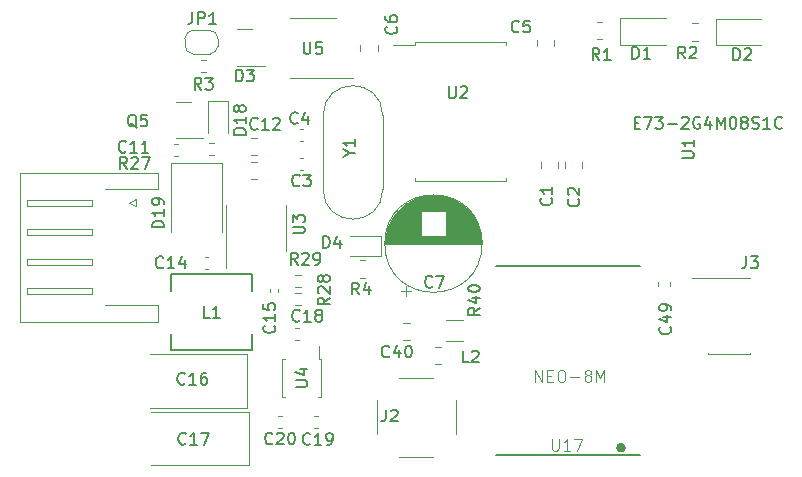
<source format=gbr>
%TF.GenerationSoftware,KiCad,Pcbnew,7.0.5-4d25ed1034~172~ubuntu23.04.1*%
%TF.CreationDate,2023-06-30T15:52:37+03:00*%
%TF.ProjectId,nrf52840_dev,6e726635-3238-4343-905f-6465762e6b69,rev?*%
%TF.SameCoordinates,Original*%
%TF.FileFunction,Legend,Top*%
%TF.FilePolarity,Positive*%
%FSLAX46Y46*%
G04 Gerber Fmt 4.6, Leading zero omitted, Abs format (unit mm)*
G04 Created by KiCad (PCBNEW 7.0.5-4d25ed1034~172~ubuntu23.04.1) date 2023-06-30 15:52:37*
%MOMM*%
%LPD*%
G01*
G04 APERTURE LIST*
%ADD10C,0.150000*%
%ADD11C,0.050000*%
%ADD12C,0.120000*%
%ADD13C,0.127000*%
%ADD14C,0.406400*%
G04 APERTURE END LIST*
D10*
%TO.C,C2*%
X162099580Y-95706666D02*
X162147200Y-95754285D01*
X162147200Y-95754285D02*
X162194819Y-95897142D01*
X162194819Y-95897142D02*
X162194819Y-95992380D01*
X162194819Y-95992380D02*
X162147200Y-96135237D01*
X162147200Y-96135237D02*
X162051961Y-96230475D01*
X162051961Y-96230475D02*
X161956723Y-96278094D01*
X161956723Y-96278094D02*
X161766247Y-96325713D01*
X161766247Y-96325713D02*
X161623390Y-96325713D01*
X161623390Y-96325713D02*
X161432914Y-96278094D01*
X161432914Y-96278094D02*
X161337676Y-96230475D01*
X161337676Y-96230475D02*
X161242438Y-96135237D01*
X161242438Y-96135237D02*
X161194819Y-95992380D01*
X161194819Y-95992380D02*
X161194819Y-95897142D01*
X161194819Y-95897142D02*
X161242438Y-95754285D01*
X161242438Y-95754285D02*
X161290057Y-95706666D01*
X161290057Y-95325713D02*
X161242438Y-95278094D01*
X161242438Y-95278094D02*
X161194819Y-95182856D01*
X161194819Y-95182856D02*
X161194819Y-94944761D01*
X161194819Y-94944761D02*
X161242438Y-94849523D01*
X161242438Y-94849523D02*
X161290057Y-94801904D01*
X161290057Y-94801904D02*
X161385295Y-94754285D01*
X161385295Y-94754285D02*
X161480533Y-94754285D01*
X161480533Y-94754285D02*
X161623390Y-94801904D01*
X161623390Y-94801904D02*
X162194819Y-95373332D01*
X162194819Y-95373332D02*
X162194819Y-94754285D01*
%TO.C,C3*%
X138493333Y-94529580D02*
X138445714Y-94577200D01*
X138445714Y-94577200D02*
X138302857Y-94624819D01*
X138302857Y-94624819D02*
X138207619Y-94624819D01*
X138207619Y-94624819D02*
X138064762Y-94577200D01*
X138064762Y-94577200D02*
X137969524Y-94481961D01*
X137969524Y-94481961D02*
X137921905Y-94386723D01*
X137921905Y-94386723D02*
X137874286Y-94196247D01*
X137874286Y-94196247D02*
X137874286Y-94053390D01*
X137874286Y-94053390D02*
X137921905Y-93862914D01*
X137921905Y-93862914D02*
X137969524Y-93767676D01*
X137969524Y-93767676D02*
X138064762Y-93672438D01*
X138064762Y-93672438D02*
X138207619Y-93624819D01*
X138207619Y-93624819D02*
X138302857Y-93624819D01*
X138302857Y-93624819D02*
X138445714Y-93672438D01*
X138445714Y-93672438D02*
X138493333Y-93720057D01*
X138826667Y-93624819D02*
X139445714Y-93624819D01*
X139445714Y-93624819D02*
X139112381Y-94005771D01*
X139112381Y-94005771D02*
X139255238Y-94005771D01*
X139255238Y-94005771D02*
X139350476Y-94053390D01*
X139350476Y-94053390D02*
X139398095Y-94101009D01*
X139398095Y-94101009D02*
X139445714Y-94196247D01*
X139445714Y-94196247D02*
X139445714Y-94434342D01*
X139445714Y-94434342D02*
X139398095Y-94529580D01*
X139398095Y-94529580D02*
X139350476Y-94577200D01*
X139350476Y-94577200D02*
X139255238Y-94624819D01*
X139255238Y-94624819D02*
X138969524Y-94624819D01*
X138969524Y-94624819D02*
X138874286Y-94577200D01*
X138874286Y-94577200D02*
X138826667Y-94529580D01*
%TO.C,J2*%
X145806666Y-113524819D02*
X145806666Y-114239104D01*
X145806666Y-114239104D02*
X145759047Y-114381961D01*
X145759047Y-114381961D02*
X145663809Y-114477200D01*
X145663809Y-114477200D02*
X145520952Y-114524819D01*
X145520952Y-114524819D02*
X145425714Y-114524819D01*
X146235238Y-113620057D02*
X146282857Y-113572438D01*
X146282857Y-113572438D02*
X146378095Y-113524819D01*
X146378095Y-113524819D02*
X146616190Y-113524819D01*
X146616190Y-113524819D02*
X146711428Y-113572438D01*
X146711428Y-113572438D02*
X146759047Y-113620057D01*
X146759047Y-113620057D02*
X146806666Y-113715295D01*
X146806666Y-113715295D02*
X146806666Y-113810533D01*
X146806666Y-113810533D02*
X146759047Y-113953390D01*
X146759047Y-113953390D02*
X146187619Y-114524819D01*
X146187619Y-114524819D02*
X146806666Y-114524819D01*
%TO.C,U1*%
X170866594Y-92241437D02*
X171676117Y-92241437D01*
X171676117Y-92241437D02*
X171771355Y-92193818D01*
X171771355Y-92193818D02*
X171818975Y-92146199D01*
X171818975Y-92146199D02*
X171866594Y-92050961D01*
X171866594Y-92050961D02*
X171866594Y-91860485D01*
X171866594Y-91860485D02*
X171818975Y-91765247D01*
X171818975Y-91765247D02*
X171771355Y-91717628D01*
X171771355Y-91717628D02*
X171676117Y-91670009D01*
X171676117Y-91670009D02*
X170866594Y-91670009D01*
X171866594Y-90670009D02*
X171866594Y-91241437D01*
X171866594Y-90955723D02*
X170866594Y-90955723D01*
X170866594Y-90955723D02*
X171009451Y-91050961D01*
X171009451Y-91050961D02*
X171104689Y-91146199D01*
X171104689Y-91146199D02*
X171152308Y-91241437D01*
X166855714Y-89221009D02*
X167189047Y-89221009D01*
X167331904Y-89744819D02*
X166855714Y-89744819D01*
X166855714Y-89744819D02*
X166855714Y-88744819D01*
X166855714Y-88744819D02*
X167331904Y-88744819D01*
X167665238Y-88744819D02*
X168331904Y-88744819D01*
X168331904Y-88744819D02*
X167903333Y-89744819D01*
X168617619Y-88744819D02*
X169236666Y-88744819D01*
X169236666Y-88744819D02*
X168903333Y-89125771D01*
X168903333Y-89125771D02*
X169046190Y-89125771D01*
X169046190Y-89125771D02*
X169141428Y-89173390D01*
X169141428Y-89173390D02*
X169189047Y-89221009D01*
X169189047Y-89221009D02*
X169236666Y-89316247D01*
X169236666Y-89316247D02*
X169236666Y-89554342D01*
X169236666Y-89554342D02*
X169189047Y-89649580D01*
X169189047Y-89649580D02*
X169141428Y-89697200D01*
X169141428Y-89697200D02*
X169046190Y-89744819D01*
X169046190Y-89744819D02*
X168760476Y-89744819D01*
X168760476Y-89744819D02*
X168665238Y-89697200D01*
X168665238Y-89697200D02*
X168617619Y-89649580D01*
X169665238Y-89363866D02*
X170427143Y-89363866D01*
X170855714Y-88840057D02*
X170903333Y-88792438D01*
X170903333Y-88792438D02*
X170998571Y-88744819D01*
X170998571Y-88744819D02*
X171236666Y-88744819D01*
X171236666Y-88744819D02*
X171331904Y-88792438D01*
X171331904Y-88792438D02*
X171379523Y-88840057D01*
X171379523Y-88840057D02*
X171427142Y-88935295D01*
X171427142Y-88935295D02*
X171427142Y-89030533D01*
X171427142Y-89030533D02*
X171379523Y-89173390D01*
X171379523Y-89173390D02*
X170808095Y-89744819D01*
X170808095Y-89744819D02*
X171427142Y-89744819D01*
X172379523Y-88792438D02*
X172284285Y-88744819D01*
X172284285Y-88744819D02*
X172141428Y-88744819D01*
X172141428Y-88744819D02*
X171998571Y-88792438D01*
X171998571Y-88792438D02*
X171903333Y-88887676D01*
X171903333Y-88887676D02*
X171855714Y-88982914D01*
X171855714Y-88982914D02*
X171808095Y-89173390D01*
X171808095Y-89173390D02*
X171808095Y-89316247D01*
X171808095Y-89316247D02*
X171855714Y-89506723D01*
X171855714Y-89506723D02*
X171903333Y-89601961D01*
X171903333Y-89601961D02*
X171998571Y-89697200D01*
X171998571Y-89697200D02*
X172141428Y-89744819D01*
X172141428Y-89744819D02*
X172236666Y-89744819D01*
X172236666Y-89744819D02*
X172379523Y-89697200D01*
X172379523Y-89697200D02*
X172427142Y-89649580D01*
X172427142Y-89649580D02*
X172427142Y-89316247D01*
X172427142Y-89316247D02*
X172236666Y-89316247D01*
X173284285Y-89078152D02*
X173284285Y-89744819D01*
X173046190Y-88697200D02*
X172808095Y-89411485D01*
X172808095Y-89411485D02*
X173427142Y-89411485D01*
X173808095Y-89744819D02*
X173808095Y-88744819D01*
X173808095Y-88744819D02*
X174141428Y-89459104D01*
X174141428Y-89459104D02*
X174474761Y-88744819D01*
X174474761Y-88744819D02*
X174474761Y-89744819D01*
X175141428Y-88744819D02*
X175236666Y-88744819D01*
X175236666Y-88744819D02*
X175331904Y-88792438D01*
X175331904Y-88792438D02*
X175379523Y-88840057D01*
X175379523Y-88840057D02*
X175427142Y-88935295D01*
X175427142Y-88935295D02*
X175474761Y-89125771D01*
X175474761Y-89125771D02*
X175474761Y-89363866D01*
X175474761Y-89363866D02*
X175427142Y-89554342D01*
X175427142Y-89554342D02*
X175379523Y-89649580D01*
X175379523Y-89649580D02*
X175331904Y-89697200D01*
X175331904Y-89697200D02*
X175236666Y-89744819D01*
X175236666Y-89744819D02*
X175141428Y-89744819D01*
X175141428Y-89744819D02*
X175046190Y-89697200D01*
X175046190Y-89697200D02*
X174998571Y-89649580D01*
X174998571Y-89649580D02*
X174950952Y-89554342D01*
X174950952Y-89554342D02*
X174903333Y-89363866D01*
X174903333Y-89363866D02*
X174903333Y-89125771D01*
X174903333Y-89125771D02*
X174950952Y-88935295D01*
X174950952Y-88935295D02*
X174998571Y-88840057D01*
X174998571Y-88840057D02*
X175046190Y-88792438D01*
X175046190Y-88792438D02*
X175141428Y-88744819D01*
X176046190Y-89173390D02*
X175950952Y-89125771D01*
X175950952Y-89125771D02*
X175903333Y-89078152D01*
X175903333Y-89078152D02*
X175855714Y-88982914D01*
X175855714Y-88982914D02*
X175855714Y-88935295D01*
X175855714Y-88935295D02*
X175903333Y-88840057D01*
X175903333Y-88840057D02*
X175950952Y-88792438D01*
X175950952Y-88792438D02*
X176046190Y-88744819D01*
X176046190Y-88744819D02*
X176236666Y-88744819D01*
X176236666Y-88744819D02*
X176331904Y-88792438D01*
X176331904Y-88792438D02*
X176379523Y-88840057D01*
X176379523Y-88840057D02*
X176427142Y-88935295D01*
X176427142Y-88935295D02*
X176427142Y-88982914D01*
X176427142Y-88982914D02*
X176379523Y-89078152D01*
X176379523Y-89078152D02*
X176331904Y-89125771D01*
X176331904Y-89125771D02*
X176236666Y-89173390D01*
X176236666Y-89173390D02*
X176046190Y-89173390D01*
X176046190Y-89173390D02*
X175950952Y-89221009D01*
X175950952Y-89221009D02*
X175903333Y-89268628D01*
X175903333Y-89268628D02*
X175855714Y-89363866D01*
X175855714Y-89363866D02*
X175855714Y-89554342D01*
X175855714Y-89554342D02*
X175903333Y-89649580D01*
X175903333Y-89649580D02*
X175950952Y-89697200D01*
X175950952Y-89697200D02*
X176046190Y-89744819D01*
X176046190Y-89744819D02*
X176236666Y-89744819D01*
X176236666Y-89744819D02*
X176331904Y-89697200D01*
X176331904Y-89697200D02*
X176379523Y-89649580D01*
X176379523Y-89649580D02*
X176427142Y-89554342D01*
X176427142Y-89554342D02*
X176427142Y-89363866D01*
X176427142Y-89363866D02*
X176379523Y-89268628D01*
X176379523Y-89268628D02*
X176331904Y-89221009D01*
X176331904Y-89221009D02*
X176236666Y-89173390D01*
X176808095Y-89697200D02*
X176950952Y-89744819D01*
X176950952Y-89744819D02*
X177189047Y-89744819D01*
X177189047Y-89744819D02*
X177284285Y-89697200D01*
X177284285Y-89697200D02*
X177331904Y-89649580D01*
X177331904Y-89649580D02*
X177379523Y-89554342D01*
X177379523Y-89554342D02*
X177379523Y-89459104D01*
X177379523Y-89459104D02*
X177331904Y-89363866D01*
X177331904Y-89363866D02*
X177284285Y-89316247D01*
X177284285Y-89316247D02*
X177189047Y-89268628D01*
X177189047Y-89268628D02*
X176998571Y-89221009D01*
X176998571Y-89221009D02*
X176903333Y-89173390D01*
X176903333Y-89173390D02*
X176855714Y-89125771D01*
X176855714Y-89125771D02*
X176808095Y-89030533D01*
X176808095Y-89030533D02*
X176808095Y-88935295D01*
X176808095Y-88935295D02*
X176855714Y-88840057D01*
X176855714Y-88840057D02*
X176903333Y-88792438D01*
X176903333Y-88792438D02*
X176998571Y-88744819D01*
X176998571Y-88744819D02*
X177236666Y-88744819D01*
X177236666Y-88744819D02*
X177379523Y-88792438D01*
X178331904Y-89744819D02*
X177760476Y-89744819D01*
X178046190Y-89744819D02*
X178046190Y-88744819D01*
X178046190Y-88744819D02*
X177950952Y-88887676D01*
X177950952Y-88887676D02*
X177855714Y-88982914D01*
X177855714Y-88982914D02*
X177760476Y-89030533D01*
X179331904Y-89649580D02*
X179284285Y-89697200D01*
X179284285Y-89697200D02*
X179141428Y-89744819D01*
X179141428Y-89744819D02*
X179046190Y-89744819D01*
X179046190Y-89744819D02*
X178903333Y-89697200D01*
X178903333Y-89697200D02*
X178808095Y-89601961D01*
X178808095Y-89601961D02*
X178760476Y-89506723D01*
X178760476Y-89506723D02*
X178712857Y-89316247D01*
X178712857Y-89316247D02*
X178712857Y-89173390D01*
X178712857Y-89173390D02*
X178760476Y-88982914D01*
X178760476Y-88982914D02*
X178808095Y-88887676D01*
X178808095Y-88887676D02*
X178903333Y-88792438D01*
X178903333Y-88792438D02*
X179046190Y-88744819D01*
X179046190Y-88744819D02*
X179141428Y-88744819D01*
X179141428Y-88744819D02*
X179284285Y-88792438D01*
X179284285Y-88792438D02*
X179331904Y-88840057D01*
%TO.C,D1*%
X166681905Y-83814819D02*
X166681905Y-82814819D01*
X166681905Y-82814819D02*
X166920000Y-82814819D01*
X166920000Y-82814819D02*
X167062857Y-82862438D01*
X167062857Y-82862438D02*
X167158095Y-82957676D01*
X167158095Y-82957676D02*
X167205714Y-83052914D01*
X167205714Y-83052914D02*
X167253333Y-83243390D01*
X167253333Y-83243390D02*
X167253333Y-83386247D01*
X167253333Y-83386247D02*
X167205714Y-83576723D01*
X167205714Y-83576723D02*
X167158095Y-83671961D01*
X167158095Y-83671961D02*
X167062857Y-83767200D01*
X167062857Y-83767200D02*
X166920000Y-83814819D01*
X166920000Y-83814819D02*
X166681905Y-83814819D01*
X168205714Y-83814819D02*
X167634286Y-83814819D01*
X167920000Y-83814819D02*
X167920000Y-82814819D01*
X167920000Y-82814819D02*
X167824762Y-82957676D01*
X167824762Y-82957676D02*
X167729524Y-83052914D01*
X167729524Y-83052914D02*
X167634286Y-83100533D01*
%TO.C,C20*%
X136187142Y-116369580D02*
X136139523Y-116417200D01*
X136139523Y-116417200D02*
X135996666Y-116464819D01*
X135996666Y-116464819D02*
X135901428Y-116464819D01*
X135901428Y-116464819D02*
X135758571Y-116417200D01*
X135758571Y-116417200D02*
X135663333Y-116321961D01*
X135663333Y-116321961D02*
X135615714Y-116226723D01*
X135615714Y-116226723D02*
X135568095Y-116036247D01*
X135568095Y-116036247D02*
X135568095Y-115893390D01*
X135568095Y-115893390D02*
X135615714Y-115702914D01*
X135615714Y-115702914D02*
X135663333Y-115607676D01*
X135663333Y-115607676D02*
X135758571Y-115512438D01*
X135758571Y-115512438D02*
X135901428Y-115464819D01*
X135901428Y-115464819D02*
X135996666Y-115464819D01*
X135996666Y-115464819D02*
X136139523Y-115512438D01*
X136139523Y-115512438D02*
X136187142Y-115560057D01*
X136568095Y-115560057D02*
X136615714Y-115512438D01*
X136615714Y-115512438D02*
X136710952Y-115464819D01*
X136710952Y-115464819D02*
X136949047Y-115464819D01*
X136949047Y-115464819D02*
X137044285Y-115512438D01*
X137044285Y-115512438D02*
X137091904Y-115560057D01*
X137091904Y-115560057D02*
X137139523Y-115655295D01*
X137139523Y-115655295D02*
X137139523Y-115750533D01*
X137139523Y-115750533D02*
X137091904Y-115893390D01*
X137091904Y-115893390D02*
X136520476Y-116464819D01*
X136520476Y-116464819D02*
X137139523Y-116464819D01*
X137758571Y-115464819D02*
X137853809Y-115464819D01*
X137853809Y-115464819D02*
X137949047Y-115512438D01*
X137949047Y-115512438D02*
X137996666Y-115560057D01*
X137996666Y-115560057D02*
X138044285Y-115655295D01*
X138044285Y-115655295D02*
X138091904Y-115845771D01*
X138091904Y-115845771D02*
X138091904Y-116083866D01*
X138091904Y-116083866D02*
X138044285Y-116274342D01*
X138044285Y-116274342D02*
X137996666Y-116369580D01*
X137996666Y-116369580D02*
X137949047Y-116417200D01*
X137949047Y-116417200D02*
X137853809Y-116464819D01*
X137853809Y-116464819D02*
X137758571Y-116464819D01*
X137758571Y-116464819D02*
X137663333Y-116417200D01*
X137663333Y-116417200D02*
X137615714Y-116369580D01*
X137615714Y-116369580D02*
X137568095Y-116274342D01*
X137568095Y-116274342D02*
X137520476Y-116083866D01*
X137520476Y-116083866D02*
X137520476Y-115845771D01*
X137520476Y-115845771D02*
X137568095Y-115655295D01*
X137568095Y-115655295D02*
X137615714Y-115560057D01*
X137615714Y-115560057D02*
X137663333Y-115512438D01*
X137663333Y-115512438D02*
X137758571Y-115464819D01*
%TO.C,D2*%
X175231905Y-83934819D02*
X175231905Y-82934819D01*
X175231905Y-82934819D02*
X175470000Y-82934819D01*
X175470000Y-82934819D02*
X175612857Y-82982438D01*
X175612857Y-82982438D02*
X175708095Y-83077676D01*
X175708095Y-83077676D02*
X175755714Y-83172914D01*
X175755714Y-83172914D02*
X175803333Y-83363390D01*
X175803333Y-83363390D02*
X175803333Y-83506247D01*
X175803333Y-83506247D02*
X175755714Y-83696723D01*
X175755714Y-83696723D02*
X175708095Y-83791961D01*
X175708095Y-83791961D02*
X175612857Y-83887200D01*
X175612857Y-83887200D02*
X175470000Y-83934819D01*
X175470000Y-83934819D02*
X175231905Y-83934819D01*
X176184286Y-83030057D02*
X176231905Y-82982438D01*
X176231905Y-82982438D02*
X176327143Y-82934819D01*
X176327143Y-82934819D02*
X176565238Y-82934819D01*
X176565238Y-82934819D02*
X176660476Y-82982438D01*
X176660476Y-82982438D02*
X176708095Y-83030057D01*
X176708095Y-83030057D02*
X176755714Y-83125295D01*
X176755714Y-83125295D02*
X176755714Y-83220533D01*
X176755714Y-83220533D02*
X176708095Y-83363390D01*
X176708095Y-83363390D02*
X176136667Y-83934819D01*
X176136667Y-83934819D02*
X176755714Y-83934819D01*
%TO.C,R3*%
X130183333Y-86434819D02*
X129850000Y-85958628D01*
X129611905Y-86434819D02*
X129611905Y-85434819D01*
X129611905Y-85434819D02*
X129992857Y-85434819D01*
X129992857Y-85434819D02*
X130088095Y-85482438D01*
X130088095Y-85482438D02*
X130135714Y-85530057D01*
X130135714Y-85530057D02*
X130183333Y-85625295D01*
X130183333Y-85625295D02*
X130183333Y-85768152D01*
X130183333Y-85768152D02*
X130135714Y-85863390D01*
X130135714Y-85863390D02*
X130088095Y-85911009D01*
X130088095Y-85911009D02*
X129992857Y-85958628D01*
X129992857Y-85958628D02*
X129611905Y-85958628D01*
X130516667Y-85434819D02*
X131135714Y-85434819D01*
X131135714Y-85434819D02*
X130802381Y-85815771D01*
X130802381Y-85815771D02*
X130945238Y-85815771D01*
X130945238Y-85815771D02*
X131040476Y-85863390D01*
X131040476Y-85863390D02*
X131088095Y-85911009D01*
X131088095Y-85911009D02*
X131135714Y-86006247D01*
X131135714Y-86006247D02*
X131135714Y-86244342D01*
X131135714Y-86244342D02*
X131088095Y-86339580D01*
X131088095Y-86339580D02*
X131040476Y-86387200D01*
X131040476Y-86387200D02*
X130945238Y-86434819D01*
X130945238Y-86434819D02*
X130659524Y-86434819D01*
X130659524Y-86434819D02*
X130564286Y-86387200D01*
X130564286Y-86387200D02*
X130516667Y-86339580D01*
%TO.C,U4*%
X138164819Y-111591904D02*
X138974342Y-111591904D01*
X138974342Y-111591904D02*
X139069580Y-111544285D01*
X139069580Y-111544285D02*
X139117200Y-111496666D01*
X139117200Y-111496666D02*
X139164819Y-111401428D01*
X139164819Y-111401428D02*
X139164819Y-111210952D01*
X139164819Y-111210952D02*
X139117200Y-111115714D01*
X139117200Y-111115714D02*
X139069580Y-111068095D01*
X139069580Y-111068095D02*
X138974342Y-111020476D01*
X138974342Y-111020476D02*
X138164819Y-111020476D01*
X138498152Y-110115714D02*
X139164819Y-110115714D01*
X138117200Y-110353809D02*
X138831485Y-110591904D01*
X138831485Y-110591904D02*
X138831485Y-109972857D01*
%TO.C,JP1*%
X129426666Y-79874819D02*
X129426666Y-80589104D01*
X129426666Y-80589104D02*
X129379047Y-80731961D01*
X129379047Y-80731961D02*
X129283809Y-80827200D01*
X129283809Y-80827200D02*
X129140952Y-80874819D01*
X129140952Y-80874819D02*
X129045714Y-80874819D01*
X129902857Y-80874819D02*
X129902857Y-79874819D01*
X129902857Y-79874819D02*
X130283809Y-79874819D01*
X130283809Y-79874819D02*
X130379047Y-79922438D01*
X130379047Y-79922438D02*
X130426666Y-79970057D01*
X130426666Y-79970057D02*
X130474285Y-80065295D01*
X130474285Y-80065295D02*
X130474285Y-80208152D01*
X130474285Y-80208152D02*
X130426666Y-80303390D01*
X130426666Y-80303390D02*
X130379047Y-80351009D01*
X130379047Y-80351009D02*
X130283809Y-80398628D01*
X130283809Y-80398628D02*
X129902857Y-80398628D01*
X131426666Y-80874819D02*
X130855238Y-80874819D01*
X131140952Y-80874819D02*
X131140952Y-79874819D01*
X131140952Y-79874819D02*
X131045714Y-80017676D01*
X131045714Y-80017676D02*
X130950476Y-80112914D01*
X130950476Y-80112914D02*
X130855238Y-80160533D01*
%TO.C,J3*%
X176296666Y-100554819D02*
X176296666Y-101269104D01*
X176296666Y-101269104D02*
X176249047Y-101411961D01*
X176249047Y-101411961D02*
X176153809Y-101507200D01*
X176153809Y-101507200D02*
X176010952Y-101554819D01*
X176010952Y-101554819D02*
X175915714Y-101554819D01*
X176677619Y-100554819D02*
X177296666Y-100554819D01*
X177296666Y-100554819D02*
X176963333Y-100935771D01*
X176963333Y-100935771D02*
X177106190Y-100935771D01*
X177106190Y-100935771D02*
X177201428Y-100983390D01*
X177201428Y-100983390D02*
X177249047Y-101031009D01*
X177249047Y-101031009D02*
X177296666Y-101126247D01*
X177296666Y-101126247D02*
X177296666Y-101364342D01*
X177296666Y-101364342D02*
X177249047Y-101459580D01*
X177249047Y-101459580D02*
X177201428Y-101507200D01*
X177201428Y-101507200D02*
X177106190Y-101554819D01*
X177106190Y-101554819D02*
X176820476Y-101554819D01*
X176820476Y-101554819D02*
X176725238Y-101507200D01*
X176725238Y-101507200D02*
X176677619Y-101459580D01*
%TO.C,R40*%
X153764819Y-104902857D02*
X153288628Y-105236190D01*
X153764819Y-105474285D02*
X152764819Y-105474285D01*
X152764819Y-105474285D02*
X152764819Y-105093333D01*
X152764819Y-105093333D02*
X152812438Y-104998095D01*
X152812438Y-104998095D02*
X152860057Y-104950476D01*
X152860057Y-104950476D02*
X152955295Y-104902857D01*
X152955295Y-104902857D02*
X153098152Y-104902857D01*
X153098152Y-104902857D02*
X153193390Y-104950476D01*
X153193390Y-104950476D02*
X153241009Y-104998095D01*
X153241009Y-104998095D02*
X153288628Y-105093333D01*
X153288628Y-105093333D02*
X153288628Y-105474285D01*
X153098152Y-104045714D02*
X153764819Y-104045714D01*
X152717200Y-104283809D02*
X153431485Y-104521904D01*
X153431485Y-104521904D02*
X153431485Y-103902857D01*
X152764819Y-103331428D02*
X152764819Y-103236190D01*
X152764819Y-103236190D02*
X152812438Y-103140952D01*
X152812438Y-103140952D02*
X152860057Y-103093333D01*
X152860057Y-103093333D02*
X152955295Y-103045714D01*
X152955295Y-103045714D02*
X153145771Y-102998095D01*
X153145771Y-102998095D02*
X153383866Y-102998095D01*
X153383866Y-102998095D02*
X153574342Y-103045714D01*
X153574342Y-103045714D02*
X153669580Y-103093333D01*
X153669580Y-103093333D02*
X153717200Y-103140952D01*
X153717200Y-103140952D02*
X153764819Y-103236190D01*
X153764819Y-103236190D02*
X153764819Y-103331428D01*
X153764819Y-103331428D02*
X153717200Y-103426666D01*
X153717200Y-103426666D02*
X153669580Y-103474285D01*
X153669580Y-103474285D02*
X153574342Y-103521904D01*
X153574342Y-103521904D02*
X153383866Y-103569523D01*
X153383866Y-103569523D02*
X153145771Y-103569523D01*
X153145771Y-103569523D02*
X152955295Y-103521904D01*
X152955295Y-103521904D02*
X152860057Y-103474285D01*
X152860057Y-103474285D02*
X152812438Y-103426666D01*
X152812438Y-103426666D02*
X152764819Y-103331428D01*
%TO.C,Y1*%
X142738628Y-91836190D02*
X143214819Y-91836190D01*
X142214819Y-92169523D02*
X142738628Y-91836190D01*
X142738628Y-91836190D02*
X142214819Y-91502857D01*
X143214819Y-90645714D02*
X143214819Y-91217142D01*
X143214819Y-90931428D02*
X142214819Y-90931428D01*
X142214819Y-90931428D02*
X142357676Y-91026666D01*
X142357676Y-91026666D02*
X142452914Y-91121904D01*
X142452914Y-91121904D02*
X142500533Y-91217142D01*
%TO.C,U3*%
X137914819Y-98611904D02*
X138724342Y-98611904D01*
X138724342Y-98611904D02*
X138819580Y-98564285D01*
X138819580Y-98564285D02*
X138867200Y-98516666D01*
X138867200Y-98516666D02*
X138914819Y-98421428D01*
X138914819Y-98421428D02*
X138914819Y-98230952D01*
X138914819Y-98230952D02*
X138867200Y-98135714D01*
X138867200Y-98135714D02*
X138819580Y-98088095D01*
X138819580Y-98088095D02*
X138724342Y-98040476D01*
X138724342Y-98040476D02*
X137914819Y-98040476D01*
X137914819Y-97659523D02*
X137914819Y-97040476D01*
X137914819Y-97040476D02*
X138295771Y-97373809D01*
X138295771Y-97373809D02*
X138295771Y-97230952D01*
X138295771Y-97230952D02*
X138343390Y-97135714D01*
X138343390Y-97135714D02*
X138391009Y-97088095D01*
X138391009Y-97088095D02*
X138486247Y-97040476D01*
X138486247Y-97040476D02*
X138724342Y-97040476D01*
X138724342Y-97040476D02*
X138819580Y-97088095D01*
X138819580Y-97088095D02*
X138867200Y-97135714D01*
X138867200Y-97135714D02*
X138914819Y-97230952D01*
X138914819Y-97230952D02*
X138914819Y-97516666D01*
X138914819Y-97516666D02*
X138867200Y-97611904D01*
X138867200Y-97611904D02*
X138819580Y-97659523D01*
%TO.C,R28*%
X141044819Y-104052857D02*
X140568628Y-104386190D01*
X141044819Y-104624285D02*
X140044819Y-104624285D01*
X140044819Y-104624285D02*
X140044819Y-104243333D01*
X140044819Y-104243333D02*
X140092438Y-104148095D01*
X140092438Y-104148095D02*
X140140057Y-104100476D01*
X140140057Y-104100476D02*
X140235295Y-104052857D01*
X140235295Y-104052857D02*
X140378152Y-104052857D01*
X140378152Y-104052857D02*
X140473390Y-104100476D01*
X140473390Y-104100476D02*
X140521009Y-104148095D01*
X140521009Y-104148095D02*
X140568628Y-104243333D01*
X140568628Y-104243333D02*
X140568628Y-104624285D01*
X140140057Y-103671904D02*
X140092438Y-103624285D01*
X140092438Y-103624285D02*
X140044819Y-103529047D01*
X140044819Y-103529047D02*
X140044819Y-103290952D01*
X140044819Y-103290952D02*
X140092438Y-103195714D01*
X140092438Y-103195714D02*
X140140057Y-103148095D01*
X140140057Y-103148095D02*
X140235295Y-103100476D01*
X140235295Y-103100476D02*
X140330533Y-103100476D01*
X140330533Y-103100476D02*
X140473390Y-103148095D01*
X140473390Y-103148095D02*
X141044819Y-103719523D01*
X141044819Y-103719523D02*
X141044819Y-103100476D01*
X140473390Y-102529047D02*
X140425771Y-102624285D01*
X140425771Y-102624285D02*
X140378152Y-102671904D01*
X140378152Y-102671904D02*
X140282914Y-102719523D01*
X140282914Y-102719523D02*
X140235295Y-102719523D01*
X140235295Y-102719523D02*
X140140057Y-102671904D01*
X140140057Y-102671904D02*
X140092438Y-102624285D01*
X140092438Y-102624285D02*
X140044819Y-102529047D01*
X140044819Y-102529047D02*
X140044819Y-102338571D01*
X140044819Y-102338571D02*
X140092438Y-102243333D01*
X140092438Y-102243333D02*
X140140057Y-102195714D01*
X140140057Y-102195714D02*
X140235295Y-102148095D01*
X140235295Y-102148095D02*
X140282914Y-102148095D01*
X140282914Y-102148095D02*
X140378152Y-102195714D01*
X140378152Y-102195714D02*
X140425771Y-102243333D01*
X140425771Y-102243333D02*
X140473390Y-102338571D01*
X140473390Y-102338571D02*
X140473390Y-102529047D01*
X140473390Y-102529047D02*
X140521009Y-102624285D01*
X140521009Y-102624285D02*
X140568628Y-102671904D01*
X140568628Y-102671904D02*
X140663866Y-102719523D01*
X140663866Y-102719523D02*
X140854342Y-102719523D01*
X140854342Y-102719523D02*
X140949580Y-102671904D01*
X140949580Y-102671904D02*
X140997200Y-102624285D01*
X140997200Y-102624285D02*
X141044819Y-102529047D01*
X141044819Y-102529047D02*
X141044819Y-102338571D01*
X141044819Y-102338571D02*
X140997200Y-102243333D01*
X140997200Y-102243333D02*
X140949580Y-102195714D01*
X140949580Y-102195714D02*
X140854342Y-102148095D01*
X140854342Y-102148095D02*
X140663866Y-102148095D01*
X140663866Y-102148095D02*
X140568628Y-102195714D01*
X140568628Y-102195714D02*
X140521009Y-102243333D01*
X140521009Y-102243333D02*
X140473390Y-102338571D01*
%TO.C,C14*%
X126947142Y-101459580D02*
X126899523Y-101507200D01*
X126899523Y-101507200D02*
X126756666Y-101554819D01*
X126756666Y-101554819D02*
X126661428Y-101554819D01*
X126661428Y-101554819D02*
X126518571Y-101507200D01*
X126518571Y-101507200D02*
X126423333Y-101411961D01*
X126423333Y-101411961D02*
X126375714Y-101316723D01*
X126375714Y-101316723D02*
X126328095Y-101126247D01*
X126328095Y-101126247D02*
X126328095Y-100983390D01*
X126328095Y-100983390D02*
X126375714Y-100792914D01*
X126375714Y-100792914D02*
X126423333Y-100697676D01*
X126423333Y-100697676D02*
X126518571Y-100602438D01*
X126518571Y-100602438D02*
X126661428Y-100554819D01*
X126661428Y-100554819D02*
X126756666Y-100554819D01*
X126756666Y-100554819D02*
X126899523Y-100602438D01*
X126899523Y-100602438D02*
X126947142Y-100650057D01*
X127899523Y-101554819D02*
X127328095Y-101554819D01*
X127613809Y-101554819D02*
X127613809Y-100554819D01*
X127613809Y-100554819D02*
X127518571Y-100697676D01*
X127518571Y-100697676D02*
X127423333Y-100792914D01*
X127423333Y-100792914D02*
X127328095Y-100840533D01*
X128756666Y-100888152D02*
X128756666Y-101554819D01*
X128518571Y-100507200D02*
X128280476Y-101221485D01*
X128280476Y-101221485D02*
X128899523Y-101221485D01*
%TO.C,D4*%
X140481905Y-99834819D02*
X140481905Y-98834819D01*
X140481905Y-98834819D02*
X140720000Y-98834819D01*
X140720000Y-98834819D02*
X140862857Y-98882438D01*
X140862857Y-98882438D02*
X140958095Y-98977676D01*
X140958095Y-98977676D02*
X141005714Y-99072914D01*
X141005714Y-99072914D02*
X141053333Y-99263390D01*
X141053333Y-99263390D02*
X141053333Y-99406247D01*
X141053333Y-99406247D02*
X141005714Y-99596723D01*
X141005714Y-99596723D02*
X140958095Y-99691961D01*
X140958095Y-99691961D02*
X140862857Y-99787200D01*
X140862857Y-99787200D02*
X140720000Y-99834819D01*
X140720000Y-99834819D02*
X140481905Y-99834819D01*
X141910476Y-99168152D02*
X141910476Y-99834819D01*
X141672381Y-98787200D02*
X141434286Y-99501485D01*
X141434286Y-99501485D02*
X142053333Y-99501485D01*
%TO.C,C4*%
X138333333Y-89249580D02*
X138285714Y-89297200D01*
X138285714Y-89297200D02*
X138142857Y-89344819D01*
X138142857Y-89344819D02*
X138047619Y-89344819D01*
X138047619Y-89344819D02*
X137904762Y-89297200D01*
X137904762Y-89297200D02*
X137809524Y-89201961D01*
X137809524Y-89201961D02*
X137761905Y-89106723D01*
X137761905Y-89106723D02*
X137714286Y-88916247D01*
X137714286Y-88916247D02*
X137714286Y-88773390D01*
X137714286Y-88773390D02*
X137761905Y-88582914D01*
X137761905Y-88582914D02*
X137809524Y-88487676D01*
X137809524Y-88487676D02*
X137904762Y-88392438D01*
X137904762Y-88392438D02*
X138047619Y-88344819D01*
X138047619Y-88344819D02*
X138142857Y-88344819D01*
X138142857Y-88344819D02*
X138285714Y-88392438D01*
X138285714Y-88392438D02*
X138333333Y-88440057D01*
X139190476Y-88678152D02*
X139190476Y-89344819D01*
X138952381Y-88297200D02*
X138714286Y-89011485D01*
X138714286Y-89011485D02*
X139333333Y-89011485D01*
%TO.C,C6*%
X146669580Y-81096666D02*
X146717200Y-81144285D01*
X146717200Y-81144285D02*
X146764819Y-81287142D01*
X146764819Y-81287142D02*
X146764819Y-81382380D01*
X146764819Y-81382380D02*
X146717200Y-81525237D01*
X146717200Y-81525237D02*
X146621961Y-81620475D01*
X146621961Y-81620475D02*
X146526723Y-81668094D01*
X146526723Y-81668094D02*
X146336247Y-81715713D01*
X146336247Y-81715713D02*
X146193390Y-81715713D01*
X146193390Y-81715713D02*
X146002914Y-81668094D01*
X146002914Y-81668094D02*
X145907676Y-81620475D01*
X145907676Y-81620475D02*
X145812438Y-81525237D01*
X145812438Y-81525237D02*
X145764819Y-81382380D01*
X145764819Y-81382380D02*
X145764819Y-81287142D01*
X145764819Y-81287142D02*
X145812438Y-81144285D01*
X145812438Y-81144285D02*
X145860057Y-81096666D01*
X145764819Y-80239523D02*
X145764819Y-80429999D01*
X145764819Y-80429999D02*
X145812438Y-80525237D01*
X145812438Y-80525237D02*
X145860057Y-80572856D01*
X145860057Y-80572856D02*
X146002914Y-80668094D01*
X146002914Y-80668094D02*
X146193390Y-80715713D01*
X146193390Y-80715713D02*
X146574342Y-80715713D01*
X146574342Y-80715713D02*
X146669580Y-80668094D01*
X146669580Y-80668094D02*
X146717200Y-80620475D01*
X146717200Y-80620475D02*
X146764819Y-80525237D01*
X146764819Y-80525237D02*
X146764819Y-80334761D01*
X146764819Y-80334761D02*
X146717200Y-80239523D01*
X146717200Y-80239523D02*
X146669580Y-80191904D01*
X146669580Y-80191904D02*
X146574342Y-80144285D01*
X146574342Y-80144285D02*
X146336247Y-80144285D01*
X146336247Y-80144285D02*
X146241009Y-80191904D01*
X146241009Y-80191904D02*
X146193390Y-80239523D01*
X146193390Y-80239523D02*
X146145771Y-80334761D01*
X146145771Y-80334761D02*
X146145771Y-80525237D01*
X146145771Y-80525237D02*
X146193390Y-80620475D01*
X146193390Y-80620475D02*
X146241009Y-80668094D01*
X146241009Y-80668094D02*
X146336247Y-80715713D01*
%TO.C,C16*%
X128777142Y-111309580D02*
X128729523Y-111357200D01*
X128729523Y-111357200D02*
X128586666Y-111404819D01*
X128586666Y-111404819D02*
X128491428Y-111404819D01*
X128491428Y-111404819D02*
X128348571Y-111357200D01*
X128348571Y-111357200D02*
X128253333Y-111261961D01*
X128253333Y-111261961D02*
X128205714Y-111166723D01*
X128205714Y-111166723D02*
X128158095Y-110976247D01*
X128158095Y-110976247D02*
X128158095Y-110833390D01*
X128158095Y-110833390D02*
X128205714Y-110642914D01*
X128205714Y-110642914D02*
X128253333Y-110547676D01*
X128253333Y-110547676D02*
X128348571Y-110452438D01*
X128348571Y-110452438D02*
X128491428Y-110404819D01*
X128491428Y-110404819D02*
X128586666Y-110404819D01*
X128586666Y-110404819D02*
X128729523Y-110452438D01*
X128729523Y-110452438D02*
X128777142Y-110500057D01*
X129729523Y-111404819D02*
X129158095Y-111404819D01*
X129443809Y-111404819D02*
X129443809Y-110404819D01*
X129443809Y-110404819D02*
X129348571Y-110547676D01*
X129348571Y-110547676D02*
X129253333Y-110642914D01*
X129253333Y-110642914D02*
X129158095Y-110690533D01*
X130586666Y-110404819D02*
X130396190Y-110404819D01*
X130396190Y-110404819D02*
X130300952Y-110452438D01*
X130300952Y-110452438D02*
X130253333Y-110500057D01*
X130253333Y-110500057D02*
X130158095Y-110642914D01*
X130158095Y-110642914D02*
X130110476Y-110833390D01*
X130110476Y-110833390D02*
X130110476Y-111214342D01*
X130110476Y-111214342D02*
X130158095Y-111309580D01*
X130158095Y-111309580D02*
X130205714Y-111357200D01*
X130205714Y-111357200D02*
X130300952Y-111404819D01*
X130300952Y-111404819D02*
X130491428Y-111404819D01*
X130491428Y-111404819D02*
X130586666Y-111357200D01*
X130586666Y-111357200D02*
X130634285Y-111309580D01*
X130634285Y-111309580D02*
X130681904Y-111214342D01*
X130681904Y-111214342D02*
X130681904Y-110976247D01*
X130681904Y-110976247D02*
X130634285Y-110881009D01*
X130634285Y-110881009D02*
X130586666Y-110833390D01*
X130586666Y-110833390D02*
X130491428Y-110785771D01*
X130491428Y-110785771D02*
X130300952Y-110785771D01*
X130300952Y-110785771D02*
X130205714Y-110833390D01*
X130205714Y-110833390D02*
X130158095Y-110881009D01*
X130158095Y-110881009D02*
X130110476Y-110976247D01*
%TO.C,C49*%
X169859580Y-106512857D02*
X169907200Y-106560476D01*
X169907200Y-106560476D02*
X169954819Y-106703333D01*
X169954819Y-106703333D02*
X169954819Y-106798571D01*
X169954819Y-106798571D02*
X169907200Y-106941428D01*
X169907200Y-106941428D02*
X169811961Y-107036666D01*
X169811961Y-107036666D02*
X169716723Y-107084285D01*
X169716723Y-107084285D02*
X169526247Y-107131904D01*
X169526247Y-107131904D02*
X169383390Y-107131904D01*
X169383390Y-107131904D02*
X169192914Y-107084285D01*
X169192914Y-107084285D02*
X169097676Y-107036666D01*
X169097676Y-107036666D02*
X169002438Y-106941428D01*
X169002438Y-106941428D02*
X168954819Y-106798571D01*
X168954819Y-106798571D02*
X168954819Y-106703333D01*
X168954819Y-106703333D02*
X169002438Y-106560476D01*
X169002438Y-106560476D02*
X169050057Y-106512857D01*
X169288152Y-105655714D02*
X169954819Y-105655714D01*
X168907200Y-105893809D02*
X169621485Y-106131904D01*
X169621485Y-106131904D02*
X169621485Y-105512857D01*
X169954819Y-105084285D02*
X169954819Y-104893809D01*
X169954819Y-104893809D02*
X169907200Y-104798571D01*
X169907200Y-104798571D02*
X169859580Y-104750952D01*
X169859580Y-104750952D02*
X169716723Y-104655714D01*
X169716723Y-104655714D02*
X169526247Y-104608095D01*
X169526247Y-104608095D02*
X169145295Y-104608095D01*
X169145295Y-104608095D02*
X169050057Y-104655714D01*
X169050057Y-104655714D02*
X169002438Y-104703333D01*
X169002438Y-104703333D02*
X168954819Y-104798571D01*
X168954819Y-104798571D02*
X168954819Y-104989047D01*
X168954819Y-104989047D02*
X169002438Y-105084285D01*
X169002438Y-105084285D02*
X169050057Y-105131904D01*
X169050057Y-105131904D02*
X169145295Y-105179523D01*
X169145295Y-105179523D02*
X169383390Y-105179523D01*
X169383390Y-105179523D02*
X169478628Y-105131904D01*
X169478628Y-105131904D02*
X169526247Y-105084285D01*
X169526247Y-105084285D02*
X169573866Y-104989047D01*
X169573866Y-104989047D02*
X169573866Y-104798571D01*
X169573866Y-104798571D02*
X169526247Y-104703333D01*
X169526247Y-104703333D02*
X169478628Y-104655714D01*
X169478628Y-104655714D02*
X169383390Y-104608095D01*
%TO.C,C11*%
X123787142Y-91669580D02*
X123739523Y-91717200D01*
X123739523Y-91717200D02*
X123596666Y-91764819D01*
X123596666Y-91764819D02*
X123501428Y-91764819D01*
X123501428Y-91764819D02*
X123358571Y-91717200D01*
X123358571Y-91717200D02*
X123263333Y-91621961D01*
X123263333Y-91621961D02*
X123215714Y-91526723D01*
X123215714Y-91526723D02*
X123168095Y-91336247D01*
X123168095Y-91336247D02*
X123168095Y-91193390D01*
X123168095Y-91193390D02*
X123215714Y-91002914D01*
X123215714Y-91002914D02*
X123263333Y-90907676D01*
X123263333Y-90907676D02*
X123358571Y-90812438D01*
X123358571Y-90812438D02*
X123501428Y-90764819D01*
X123501428Y-90764819D02*
X123596666Y-90764819D01*
X123596666Y-90764819D02*
X123739523Y-90812438D01*
X123739523Y-90812438D02*
X123787142Y-90860057D01*
X124739523Y-91764819D02*
X124168095Y-91764819D01*
X124453809Y-91764819D02*
X124453809Y-90764819D01*
X124453809Y-90764819D02*
X124358571Y-90907676D01*
X124358571Y-90907676D02*
X124263333Y-91002914D01*
X124263333Y-91002914D02*
X124168095Y-91050533D01*
X125691904Y-91764819D02*
X125120476Y-91764819D01*
X125406190Y-91764819D02*
X125406190Y-90764819D01*
X125406190Y-90764819D02*
X125310952Y-90907676D01*
X125310952Y-90907676D02*
X125215714Y-91002914D01*
X125215714Y-91002914D02*
X125120476Y-91050533D01*
%TO.C,L2*%
X152803333Y-109524819D02*
X152327143Y-109524819D01*
X152327143Y-109524819D02*
X152327143Y-108524819D01*
X153089048Y-108620057D02*
X153136667Y-108572438D01*
X153136667Y-108572438D02*
X153231905Y-108524819D01*
X153231905Y-108524819D02*
X153470000Y-108524819D01*
X153470000Y-108524819D02*
X153565238Y-108572438D01*
X153565238Y-108572438D02*
X153612857Y-108620057D01*
X153612857Y-108620057D02*
X153660476Y-108715295D01*
X153660476Y-108715295D02*
X153660476Y-108810533D01*
X153660476Y-108810533D02*
X153612857Y-108953390D01*
X153612857Y-108953390D02*
X153041429Y-109524819D01*
X153041429Y-109524819D02*
X153660476Y-109524819D01*
%TO.C,C12*%
X134937142Y-89729580D02*
X134889523Y-89777200D01*
X134889523Y-89777200D02*
X134746666Y-89824819D01*
X134746666Y-89824819D02*
X134651428Y-89824819D01*
X134651428Y-89824819D02*
X134508571Y-89777200D01*
X134508571Y-89777200D02*
X134413333Y-89681961D01*
X134413333Y-89681961D02*
X134365714Y-89586723D01*
X134365714Y-89586723D02*
X134318095Y-89396247D01*
X134318095Y-89396247D02*
X134318095Y-89253390D01*
X134318095Y-89253390D02*
X134365714Y-89062914D01*
X134365714Y-89062914D02*
X134413333Y-88967676D01*
X134413333Y-88967676D02*
X134508571Y-88872438D01*
X134508571Y-88872438D02*
X134651428Y-88824819D01*
X134651428Y-88824819D02*
X134746666Y-88824819D01*
X134746666Y-88824819D02*
X134889523Y-88872438D01*
X134889523Y-88872438D02*
X134937142Y-88920057D01*
X135889523Y-89824819D02*
X135318095Y-89824819D01*
X135603809Y-89824819D02*
X135603809Y-88824819D01*
X135603809Y-88824819D02*
X135508571Y-88967676D01*
X135508571Y-88967676D02*
X135413333Y-89062914D01*
X135413333Y-89062914D02*
X135318095Y-89110533D01*
X136270476Y-88920057D02*
X136318095Y-88872438D01*
X136318095Y-88872438D02*
X136413333Y-88824819D01*
X136413333Y-88824819D02*
X136651428Y-88824819D01*
X136651428Y-88824819D02*
X136746666Y-88872438D01*
X136746666Y-88872438D02*
X136794285Y-88920057D01*
X136794285Y-88920057D02*
X136841904Y-89015295D01*
X136841904Y-89015295D02*
X136841904Y-89110533D01*
X136841904Y-89110533D02*
X136794285Y-89253390D01*
X136794285Y-89253390D02*
X136222857Y-89824819D01*
X136222857Y-89824819D02*
X136841904Y-89824819D01*
%TO.C,U5*%
X138848095Y-82414819D02*
X138848095Y-83224342D01*
X138848095Y-83224342D02*
X138895714Y-83319580D01*
X138895714Y-83319580D02*
X138943333Y-83367200D01*
X138943333Y-83367200D02*
X139038571Y-83414819D01*
X139038571Y-83414819D02*
X139229047Y-83414819D01*
X139229047Y-83414819D02*
X139324285Y-83367200D01*
X139324285Y-83367200D02*
X139371904Y-83319580D01*
X139371904Y-83319580D02*
X139419523Y-83224342D01*
X139419523Y-83224342D02*
X139419523Y-82414819D01*
X140371904Y-82414819D02*
X139895714Y-82414819D01*
X139895714Y-82414819D02*
X139848095Y-82891009D01*
X139848095Y-82891009D02*
X139895714Y-82843390D01*
X139895714Y-82843390D02*
X139990952Y-82795771D01*
X139990952Y-82795771D02*
X140229047Y-82795771D01*
X140229047Y-82795771D02*
X140324285Y-82843390D01*
X140324285Y-82843390D02*
X140371904Y-82891009D01*
X140371904Y-82891009D02*
X140419523Y-82986247D01*
X140419523Y-82986247D02*
X140419523Y-83224342D01*
X140419523Y-83224342D02*
X140371904Y-83319580D01*
X140371904Y-83319580D02*
X140324285Y-83367200D01*
X140324285Y-83367200D02*
X140229047Y-83414819D01*
X140229047Y-83414819D02*
X139990952Y-83414819D01*
X139990952Y-83414819D02*
X139895714Y-83367200D01*
X139895714Y-83367200D02*
X139848095Y-83319580D01*
%TO.C,C40*%
X146087142Y-109009580D02*
X146039523Y-109057200D01*
X146039523Y-109057200D02*
X145896666Y-109104819D01*
X145896666Y-109104819D02*
X145801428Y-109104819D01*
X145801428Y-109104819D02*
X145658571Y-109057200D01*
X145658571Y-109057200D02*
X145563333Y-108961961D01*
X145563333Y-108961961D02*
X145515714Y-108866723D01*
X145515714Y-108866723D02*
X145468095Y-108676247D01*
X145468095Y-108676247D02*
X145468095Y-108533390D01*
X145468095Y-108533390D02*
X145515714Y-108342914D01*
X145515714Y-108342914D02*
X145563333Y-108247676D01*
X145563333Y-108247676D02*
X145658571Y-108152438D01*
X145658571Y-108152438D02*
X145801428Y-108104819D01*
X145801428Y-108104819D02*
X145896666Y-108104819D01*
X145896666Y-108104819D02*
X146039523Y-108152438D01*
X146039523Y-108152438D02*
X146087142Y-108200057D01*
X146944285Y-108438152D02*
X146944285Y-109104819D01*
X146706190Y-108057200D02*
X146468095Y-108771485D01*
X146468095Y-108771485D02*
X147087142Y-108771485D01*
X147658571Y-108104819D02*
X147753809Y-108104819D01*
X147753809Y-108104819D02*
X147849047Y-108152438D01*
X147849047Y-108152438D02*
X147896666Y-108200057D01*
X147896666Y-108200057D02*
X147944285Y-108295295D01*
X147944285Y-108295295D02*
X147991904Y-108485771D01*
X147991904Y-108485771D02*
X147991904Y-108723866D01*
X147991904Y-108723866D02*
X147944285Y-108914342D01*
X147944285Y-108914342D02*
X147896666Y-109009580D01*
X147896666Y-109009580D02*
X147849047Y-109057200D01*
X147849047Y-109057200D02*
X147753809Y-109104819D01*
X147753809Y-109104819D02*
X147658571Y-109104819D01*
X147658571Y-109104819D02*
X147563333Y-109057200D01*
X147563333Y-109057200D02*
X147515714Y-109009580D01*
X147515714Y-109009580D02*
X147468095Y-108914342D01*
X147468095Y-108914342D02*
X147420476Y-108723866D01*
X147420476Y-108723866D02*
X147420476Y-108485771D01*
X147420476Y-108485771D02*
X147468095Y-108295295D01*
X147468095Y-108295295D02*
X147515714Y-108200057D01*
X147515714Y-108200057D02*
X147563333Y-108152438D01*
X147563333Y-108152438D02*
X147658571Y-108104819D01*
%TO.C,C1*%
X159779580Y-95616666D02*
X159827200Y-95664285D01*
X159827200Y-95664285D02*
X159874819Y-95807142D01*
X159874819Y-95807142D02*
X159874819Y-95902380D01*
X159874819Y-95902380D02*
X159827200Y-96045237D01*
X159827200Y-96045237D02*
X159731961Y-96140475D01*
X159731961Y-96140475D02*
X159636723Y-96188094D01*
X159636723Y-96188094D02*
X159446247Y-96235713D01*
X159446247Y-96235713D02*
X159303390Y-96235713D01*
X159303390Y-96235713D02*
X159112914Y-96188094D01*
X159112914Y-96188094D02*
X159017676Y-96140475D01*
X159017676Y-96140475D02*
X158922438Y-96045237D01*
X158922438Y-96045237D02*
X158874819Y-95902380D01*
X158874819Y-95902380D02*
X158874819Y-95807142D01*
X158874819Y-95807142D02*
X158922438Y-95664285D01*
X158922438Y-95664285D02*
X158970057Y-95616666D01*
X159874819Y-94664285D02*
X159874819Y-95235713D01*
X159874819Y-94949999D02*
X158874819Y-94949999D01*
X158874819Y-94949999D02*
X159017676Y-95045237D01*
X159017676Y-95045237D02*
X159112914Y-95140475D01*
X159112914Y-95140475D02*
X159160533Y-95235713D01*
%TO.C,R4*%
X143533333Y-103769819D02*
X143200000Y-103293628D01*
X142961905Y-103769819D02*
X142961905Y-102769819D01*
X142961905Y-102769819D02*
X143342857Y-102769819D01*
X143342857Y-102769819D02*
X143438095Y-102817438D01*
X143438095Y-102817438D02*
X143485714Y-102865057D01*
X143485714Y-102865057D02*
X143533333Y-102960295D01*
X143533333Y-102960295D02*
X143533333Y-103103152D01*
X143533333Y-103103152D02*
X143485714Y-103198390D01*
X143485714Y-103198390D02*
X143438095Y-103246009D01*
X143438095Y-103246009D02*
X143342857Y-103293628D01*
X143342857Y-103293628D02*
X142961905Y-103293628D01*
X144390476Y-103103152D02*
X144390476Y-103769819D01*
X144152381Y-102722200D02*
X143914286Y-103436485D01*
X143914286Y-103436485D02*
X144533333Y-103436485D01*
%TO.C,L1*%
X130885833Y-105754819D02*
X130409643Y-105754819D01*
X130409643Y-105754819D02*
X130409643Y-104754819D01*
X131742976Y-105754819D02*
X131171548Y-105754819D01*
X131457262Y-105754819D02*
X131457262Y-104754819D01*
X131457262Y-104754819D02*
X131362024Y-104897676D01*
X131362024Y-104897676D02*
X131266786Y-104992914D01*
X131266786Y-104992914D02*
X131171548Y-105040533D01*
%TO.C,R2*%
X171143333Y-83794819D02*
X170810000Y-83318628D01*
X170571905Y-83794819D02*
X170571905Y-82794819D01*
X170571905Y-82794819D02*
X170952857Y-82794819D01*
X170952857Y-82794819D02*
X171048095Y-82842438D01*
X171048095Y-82842438D02*
X171095714Y-82890057D01*
X171095714Y-82890057D02*
X171143333Y-82985295D01*
X171143333Y-82985295D02*
X171143333Y-83128152D01*
X171143333Y-83128152D02*
X171095714Y-83223390D01*
X171095714Y-83223390D02*
X171048095Y-83271009D01*
X171048095Y-83271009D02*
X170952857Y-83318628D01*
X170952857Y-83318628D02*
X170571905Y-83318628D01*
X171524286Y-82890057D02*
X171571905Y-82842438D01*
X171571905Y-82842438D02*
X171667143Y-82794819D01*
X171667143Y-82794819D02*
X171905238Y-82794819D01*
X171905238Y-82794819D02*
X172000476Y-82842438D01*
X172000476Y-82842438D02*
X172048095Y-82890057D01*
X172048095Y-82890057D02*
X172095714Y-82985295D01*
X172095714Y-82985295D02*
X172095714Y-83080533D01*
X172095714Y-83080533D02*
X172048095Y-83223390D01*
X172048095Y-83223390D02*
X171476667Y-83794819D01*
X171476667Y-83794819D02*
X172095714Y-83794819D01*
%TO.C,D3*%
X133114405Y-85744819D02*
X133114405Y-84744819D01*
X133114405Y-84744819D02*
X133352500Y-84744819D01*
X133352500Y-84744819D02*
X133495357Y-84792438D01*
X133495357Y-84792438D02*
X133590595Y-84887676D01*
X133590595Y-84887676D02*
X133638214Y-84982914D01*
X133638214Y-84982914D02*
X133685833Y-85173390D01*
X133685833Y-85173390D02*
X133685833Y-85316247D01*
X133685833Y-85316247D02*
X133638214Y-85506723D01*
X133638214Y-85506723D02*
X133590595Y-85601961D01*
X133590595Y-85601961D02*
X133495357Y-85697200D01*
X133495357Y-85697200D02*
X133352500Y-85744819D01*
X133352500Y-85744819D02*
X133114405Y-85744819D01*
X134019167Y-84744819D02*
X134638214Y-84744819D01*
X134638214Y-84744819D02*
X134304881Y-85125771D01*
X134304881Y-85125771D02*
X134447738Y-85125771D01*
X134447738Y-85125771D02*
X134542976Y-85173390D01*
X134542976Y-85173390D02*
X134590595Y-85221009D01*
X134590595Y-85221009D02*
X134638214Y-85316247D01*
X134638214Y-85316247D02*
X134638214Y-85554342D01*
X134638214Y-85554342D02*
X134590595Y-85649580D01*
X134590595Y-85649580D02*
X134542976Y-85697200D01*
X134542976Y-85697200D02*
X134447738Y-85744819D01*
X134447738Y-85744819D02*
X134162024Y-85744819D01*
X134162024Y-85744819D02*
X134066786Y-85697200D01*
X134066786Y-85697200D02*
X134019167Y-85649580D01*
%TO.C,R29*%
X138337142Y-101254819D02*
X138003809Y-100778628D01*
X137765714Y-101254819D02*
X137765714Y-100254819D01*
X137765714Y-100254819D02*
X138146666Y-100254819D01*
X138146666Y-100254819D02*
X138241904Y-100302438D01*
X138241904Y-100302438D02*
X138289523Y-100350057D01*
X138289523Y-100350057D02*
X138337142Y-100445295D01*
X138337142Y-100445295D02*
X138337142Y-100588152D01*
X138337142Y-100588152D02*
X138289523Y-100683390D01*
X138289523Y-100683390D02*
X138241904Y-100731009D01*
X138241904Y-100731009D02*
X138146666Y-100778628D01*
X138146666Y-100778628D02*
X137765714Y-100778628D01*
X138718095Y-100350057D02*
X138765714Y-100302438D01*
X138765714Y-100302438D02*
X138860952Y-100254819D01*
X138860952Y-100254819D02*
X139099047Y-100254819D01*
X139099047Y-100254819D02*
X139194285Y-100302438D01*
X139194285Y-100302438D02*
X139241904Y-100350057D01*
X139241904Y-100350057D02*
X139289523Y-100445295D01*
X139289523Y-100445295D02*
X139289523Y-100540533D01*
X139289523Y-100540533D02*
X139241904Y-100683390D01*
X139241904Y-100683390D02*
X138670476Y-101254819D01*
X138670476Y-101254819D02*
X139289523Y-101254819D01*
X139765714Y-101254819D02*
X139956190Y-101254819D01*
X139956190Y-101254819D02*
X140051428Y-101207200D01*
X140051428Y-101207200D02*
X140099047Y-101159580D01*
X140099047Y-101159580D02*
X140194285Y-101016723D01*
X140194285Y-101016723D02*
X140241904Y-100826247D01*
X140241904Y-100826247D02*
X140241904Y-100445295D01*
X140241904Y-100445295D02*
X140194285Y-100350057D01*
X140194285Y-100350057D02*
X140146666Y-100302438D01*
X140146666Y-100302438D02*
X140051428Y-100254819D01*
X140051428Y-100254819D02*
X139860952Y-100254819D01*
X139860952Y-100254819D02*
X139765714Y-100302438D01*
X139765714Y-100302438D02*
X139718095Y-100350057D01*
X139718095Y-100350057D02*
X139670476Y-100445295D01*
X139670476Y-100445295D02*
X139670476Y-100683390D01*
X139670476Y-100683390D02*
X139718095Y-100778628D01*
X139718095Y-100778628D02*
X139765714Y-100826247D01*
X139765714Y-100826247D02*
X139860952Y-100873866D01*
X139860952Y-100873866D02*
X140051428Y-100873866D01*
X140051428Y-100873866D02*
X140146666Y-100826247D01*
X140146666Y-100826247D02*
X140194285Y-100778628D01*
X140194285Y-100778628D02*
X140241904Y-100683390D01*
%TO.C,R1*%
X163883333Y-83924819D02*
X163550000Y-83448628D01*
X163311905Y-83924819D02*
X163311905Y-82924819D01*
X163311905Y-82924819D02*
X163692857Y-82924819D01*
X163692857Y-82924819D02*
X163788095Y-82972438D01*
X163788095Y-82972438D02*
X163835714Y-83020057D01*
X163835714Y-83020057D02*
X163883333Y-83115295D01*
X163883333Y-83115295D02*
X163883333Y-83258152D01*
X163883333Y-83258152D02*
X163835714Y-83353390D01*
X163835714Y-83353390D02*
X163788095Y-83401009D01*
X163788095Y-83401009D02*
X163692857Y-83448628D01*
X163692857Y-83448628D02*
X163311905Y-83448628D01*
X164835714Y-83924819D02*
X164264286Y-83924819D01*
X164550000Y-83924819D02*
X164550000Y-82924819D01*
X164550000Y-82924819D02*
X164454762Y-83067676D01*
X164454762Y-83067676D02*
X164359524Y-83162914D01*
X164359524Y-83162914D02*
X164264286Y-83210533D01*
%TO.C,D18*%
X133924819Y-90234285D02*
X132924819Y-90234285D01*
X132924819Y-90234285D02*
X132924819Y-89996190D01*
X132924819Y-89996190D02*
X132972438Y-89853333D01*
X132972438Y-89853333D02*
X133067676Y-89758095D01*
X133067676Y-89758095D02*
X133162914Y-89710476D01*
X133162914Y-89710476D02*
X133353390Y-89662857D01*
X133353390Y-89662857D02*
X133496247Y-89662857D01*
X133496247Y-89662857D02*
X133686723Y-89710476D01*
X133686723Y-89710476D02*
X133781961Y-89758095D01*
X133781961Y-89758095D02*
X133877200Y-89853333D01*
X133877200Y-89853333D02*
X133924819Y-89996190D01*
X133924819Y-89996190D02*
X133924819Y-90234285D01*
X133924819Y-88710476D02*
X133924819Y-89281904D01*
X133924819Y-88996190D02*
X132924819Y-88996190D01*
X132924819Y-88996190D02*
X133067676Y-89091428D01*
X133067676Y-89091428D02*
X133162914Y-89186666D01*
X133162914Y-89186666D02*
X133210533Y-89281904D01*
X133353390Y-88139047D02*
X133305771Y-88234285D01*
X133305771Y-88234285D02*
X133258152Y-88281904D01*
X133258152Y-88281904D02*
X133162914Y-88329523D01*
X133162914Y-88329523D02*
X133115295Y-88329523D01*
X133115295Y-88329523D02*
X133020057Y-88281904D01*
X133020057Y-88281904D02*
X132972438Y-88234285D01*
X132972438Y-88234285D02*
X132924819Y-88139047D01*
X132924819Y-88139047D02*
X132924819Y-87948571D01*
X132924819Y-87948571D02*
X132972438Y-87853333D01*
X132972438Y-87853333D02*
X133020057Y-87805714D01*
X133020057Y-87805714D02*
X133115295Y-87758095D01*
X133115295Y-87758095D02*
X133162914Y-87758095D01*
X133162914Y-87758095D02*
X133258152Y-87805714D01*
X133258152Y-87805714D02*
X133305771Y-87853333D01*
X133305771Y-87853333D02*
X133353390Y-87948571D01*
X133353390Y-87948571D02*
X133353390Y-88139047D01*
X133353390Y-88139047D02*
X133401009Y-88234285D01*
X133401009Y-88234285D02*
X133448628Y-88281904D01*
X133448628Y-88281904D02*
X133543866Y-88329523D01*
X133543866Y-88329523D02*
X133734342Y-88329523D01*
X133734342Y-88329523D02*
X133829580Y-88281904D01*
X133829580Y-88281904D02*
X133877200Y-88234285D01*
X133877200Y-88234285D02*
X133924819Y-88139047D01*
X133924819Y-88139047D02*
X133924819Y-87948571D01*
X133924819Y-87948571D02*
X133877200Y-87853333D01*
X133877200Y-87853333D02*
X133829580Y-87805714D01*
X133829580Y-87805714D02*
X133734342Y-87758095D01*
X133734342Y-87758095D02*
X133543866Y-87758095D01*
X133543866Y-87758095D02*
X133448628Y-87805714D01*
X133448628Y-87805714D02*
X133401009Y-87853333D01*
X133401009Y-87853333D02*
X133353390Y-87948571D01*
%TO.C,C15*%
X136339580Y-106422857D02*
X136387200Y-106470476D01*
X136387200Y-106470476D02*
X136434819Y-106613333D01*
X136434819Y-106613333D02*
X136434819Y-106708571D01*
X136434819Y-106708571D02*
X136387200Y-106851428D01*
X136387200Y-106851428D02*
X136291961Y-106946666D01*
X136291961Y-106946666D02*
X136196723Y-106994285D01*
X136196723Y-106994285D02*
X136006247Y-107041904D01*
X136006247Y-107041904D02*
X135863390Y-107041904D01*
X135863390Y-107041904D02*
X135672914Y-106994285D01*
X135672914Y-106994285D02*
X135577676Y-106946666D01*
X135577676Y-106946666D02*
X135482438Y-106851428D01*
X135482438Y-106851428D02*
X135434819Y-106708571D01*
X135434819Y-106708571D02*
X135434819Y-106613333D01*
X135434819Y-106613333D02*
X135482438Y-106470476D01*
X135482438Y-106470476D02*
X135530057Y-106422857D01*
X136434819Y-105470476D02*
X136434819Y-106041904D01*
X136434819Y-105756190D02*
X135434819Y-105756190D01*
X135434819Y-105756190D02*
X135577676Y-105851428D01*
X135577676Y-105851428D02*
X135672914Y-105946666D01*
X135672914Y-105946666D02*
X135720533Y-106041904D01*
X135434819Y-104565714D02*
X135434819Y-105041904D01*
X135434819Y-105041904D02*
X135911009Y-105089523D01*
X135911009Y-105089523D02*
X135863390Y-105041904D01*
X135863390Y-105041904D02*
X135815771Y-104946666D01*
X135815771Y-104946666D02*
X135815771Y-104708571D01*
X135815771Y-104708571D02*
X135863390Y-104613333D01*
X135863390Y-104613333D02*
X135911009Y-104565714D01*
X135911009Y-104565714D02*
X136006247Y-104518095D01*
X136006247Y-104518095D02*
X136244342Y-104518095D01*
X136244342Y-104518095D02*
X136339580Y-104565714D01*
X136339580Y-104565714D02*
X136387200Y-104613333D01*
X136387200Y-104613333D02*
X136434819Y-104708571D01*
X136434819Y-104708571D02*
X136434819Y-104946666D01*
X136434819Y-104946666D02*
X136387200Y-105041904D01*
X136387200Y-105041904D02*
X136339580Y-105089523D01*
%TO.C,C17*%
X128857142Y-116389580D02*
X128809523Y-116437200D01*
X128809523Y-116437200D02*
X128666666Y-116484819D01*
X128666666Y-116484819D02*
X128571428Y-116484819D01*
X128571428Y-116484819D02*
X128428571Y-116437200D01*
X128428571Y-116437200D02*
X128333333Y-116341961D01*
X128333333Y-116341961D02*
X128285714Y-116246723D01*
X128285714Y-116246723D02*
X128238095Y-116056247D01*
X128238095Y-116056247D02*
X128238095Y-115913390D01*
X128238095Y-115913390D02*
X128285714Y-115722914D01*
X128285714Y-115722914D02*
X128333333Y-115627676D01*
X128333333Y-115627676D02*
X128428571Y-115532438D01*
X128428571Y-115532438D02*
X128571428Y-115484819D01*
X128571428Y-115484819D02*
X128666666Y-115484819D01*
X128666666Y-115484819D02*
X128809523Y-115532438D01*
X128809523Y-115532438D02*
X128857142Y-115580057D01*
X129809523Y-116484819D02*
X129238095Y-116484819D01*
X129523809Y-116484819D02*
X129523809Y-115484819D01*
X129523809Y-115484819D02*
X129428571Y-115627676D01*
X129428571Y-115627676D02*
X129333333Y-115722914D01*
X129333333Y-115722914D02*
X129238095Y-115770533D01*
X130142857Y-115484819D02*
X130809523Y-115484819D01*
X130809523Y-115484819D02*
X130380952Y-116484819D01*
%TO.C,C7*%
X149743333Y-103099580D02*
X149695714Y-103147200D01*
X149695714Y-103147200D02*
X149552857Y-103194819D01*
X149552857Y-103194819D02*
X149457619Y-103194819D01*
X149457619Y-103194819D02*
X149314762Y-103147200D01*
X149314762Y-103147200D02*
X149219524Y-103051961D01*
X149219524Y-103051961D02*
X149171905Y-102956723D01*
X149171905Y-102956723D02*
X149124286Y-102766247D01*
X149124286Y-102766247D02*
X149124286Y-102623390D01*
X149124286Y-102623390D02*
X149171905Y-102432914D01*
X149171905Y-102432914D02*
X149219524Y-102337676D01*
X149219524Y-102337676D02*
X149314762Y-102242438D01*
X149314762Y-102242438D02*
X149457619Y-102194819D01*
X149457619Y-102194819D02*
X149552857Y-102194819D01*
X149552857Y-102194819D02*
X149695714Y-102242438D01*
X149695714Y-102242438D02*
X149743333Y-102290057D01*
X150076667Y-102194819D02*
X150743333Y-102194819D01*
X150743333Y-102194819D02*
X150314762Y-103194819D01*
%TO.C,D19*%
X127004819Y-98104285D02*
X126004819Y-98104285D01*
X126004819Y-98104285D02*
X126004819Y-97866190D01*
X126004819Y-97866190D02*
X126052438Y-97723333D01*
X126052438Y-97723333D02*
X126147676Y-97628095D01*
X126147676Y-97628095D02*
X126242914Y-97580476D01*
X126242914Y-97580476D02*
X126433390Y-97532857D01*
X126433390Y-97532857D02*
X126576247Y-97532857D01*
X126576247Y-97532857D02*
X126766723Y-97580476D01*
X126766723Y-97580476D02*
X126861961Y-97628095D01*
X126861961Y-97628095D02*
X126957200Y-97723333D01*
X126957200Y-97723333D02*
X127004819Y-97866190D01*
X127004819Y-97866190D02*
X127004819Y-98104285D01*
X127004819Y-96580476D02*
X127004819Y-97151904D01*
X127004819Y-96866190D02*
X126004819Y-96866190D01*
X126004819Y-96866190D02*
X126147676Y-96961428D01*
X126147676Y-96961428D02*
X126242914Y-97056666D01*
X126242914Y-97056666D02*
X126290533Y-97151904D01*
X127004819Y-96104285D02*
X127004819Y-95913809D01*
X127004819Y-95913809D02*
X126957200Y-95818571D01*
X126957200Y-95818571D02*
X126909580Y-95770952D01*
X126909580Y-95770952D02*
X126766723Y-95675714D01*
X126766723Y-95675714D02*
X126576247Y-95628095D01*
X126576247Y-95628095D02*
X126195295Y-95628095D01*
X126195295Y-95628095D02*
X126100057Y-95675714D01*
X126100057Y-95675714D02*
X126052438Y-95723333D01*
X126052438Y-95723333D02*
X126004819Y-95818571D01*
X126004819Y-95818571D02*
X126004819Y-96009047D01*
X126004819Y-96009047D02*
X126052438Y-96104285D01*
X126052438Y-96104285D02*
X126100057Y-96151904D01*
X126100057Y-96151904D02*
X126195295Y-96199523D01*
X126195295Y-96199523D02*
X126433390Y-96199523D01*
X126433390Y-96199523D02*
X126528628Y-96151904D01*
X126528628Y-96151904D02*
X126576247Y-96104285D01*
X126576247Y-96104285D02*
X126623866Y-96009047D01*
X126623866Y-96009047D02*
X126623866Y-95818571D01*
X126623866Y-95818571D02*
X126576247Y-95723333D01*
X126576247Y-95723333D02*
X126528628Y-95675714D01*
X126528628Y-95675714D02*
X126433390Y-95628095D01*
%TO.C,R27*%
X123867142Y-93154819D02*
X123533809Y-92678628D01*
X123295714Y-93154819D02*
X123295714Y-92154819D01*
X123295714Y-92154819D02*
X123676666Y-92154819D01*
X123676666Y-92154819D02*
X123771904Y-92202438D01*
X123771904Y-92202438D02*
X123819523Y-92250057D01*
X123819523Y-92250057D02*
X123867142Y-92345295D01*
X123867142Y-92345295D02*
X123867142Y-92488152D01*
X123867142Y-92488152D02*
X123819523Y-92583390D01*
X123819523Y-92583390D02*
X123771904Y-92631009D01*
X123771904Y-92631009D02*
X123676666Y-92678628D01*
X123676666Y-92678628D02*
X123295714Y-92678628D01*
X124248095Y-92250057D02*
X124295714Y-92202438D01*
X124295714Y-92202438D02*
X124390952Y-92154819D01*
X124390952Y-92154819D02*
X124629047Y-92154819D01*
X124629047Y-92154819D02*
X124724285Y-92202438D01*
X124724285Y-92202438D02*
X124771904Y-92250057D01*
X124771904Y-92250057D02*
X124819523Y-92345295D01*
X124819523Y-92345295D02*
X124819523Y-92440533D01*
X124819523Y-92440533D02*
X124771904Y-92583390D01*
X124771904Y-92583390D02*
X124200476Y-93154819D01*
X124200476Y-93154819D02*
X124819523Y-93154819D01*
X125152857Y-92154819D02*
X125819523Y-92154819D01*
X125819523Y-92154819D02*
X125390952Y-93154819D01*
%TO.C,U2*%
X151128095Y-86154819D02*
X151128095Y-86964342D01*
X151128095Y-86964342D02*
X151175714Y-87059580D01*
X151175714Y-87059580D02*
X151223333Y-87107200D01*
X151223333Y-87107200D02*
X151318571Y-87154819D01*
X151318571Y-87154819D02*
X151509047Y-87154819D01*
X151509047Y-87154819D02*
X151604285Y-87107200D01*
X151604285Y-87107200D02*
X151651904Y-87059580D01*
X151651904Y-87059580D02*
X151699523Y-86964342D01*
X151699523Y-86964342D02*
X151699523Y-86154819D01*
X152128095Y-86250057D02*
X152175714Y-86202438D01*
X152175714Y-86202438D02*
X152270952Y-86154819D01*
X152270952Y-86154819D02*
X152509047Y-86154819D01*
X152509047Y-86154819D02*
X152604285Y-86202438D01*
X152604285Y-86202438D02*
X152651904Y-86250057D01*
X152651904Y-86250057D02*
X152699523Y-86345295D01*
X152699523Y-86345295D02*
X152699523Y-86440533D01*
X152699523Y-86440533D02*
X152651904Y-86583390D01*
X152651904Y-86583390D02*
X152080476Y-87154819D01*
X152080476Y-87154819D02*
X152699523Y-87154819D01*
%TO.C,C5*%
X157073333Y-81489580D02*
X157025714Y-81537200D01*
X157025714Y-81537200D02*
X156882857Y-81584819D01*
X156882857Y-81584819D02*
X156787619Y-81584819D01*
X156787619Y-81584819D02*
X156644762Y-81537200D01*
X156644762Y-81537200D02*
X156549524Y-81441961D01*
X156549524Y-81441961D02*
X156501905Y-81346723D01*
X156501905Y-81346723D02*
X156454286Y-81156247D01*
X156454286Y-81156247D02*
X156454286Y-81013390D01*
X156454286Y-81013390D02*
X156501905Y-80822914D01*
X156501905Y-80822914D02*
X156549524Y-80727676D01*
X156549524Y-80727676D02*
X156644762Y-80632438D01*
X156644762Y-80632438D02*
X156787619Y-80584819D01*
X156787619Y-80584819D02*
X156882857Y-80584819D01*
X156882857Y-80584819D02*
X157025714Y-80632438D01*
X157025714Y-80632438D02*
X157073333Y-80680057D01*
X157978095Y-80584819D02*
X157501905Y-80584819D01*
X157501905Y-80584819D02*
X157454286Y-81061009D01*
X157454286Y-81061009D02*
X157501905Y-81013390D01*
X157501905Y-81013390D02*
X157597143Y-80965771D01*
X157597143Y-80965771D02*
X157835238Y-80965771D01*
X157835238Y-80965771D02*
X157930476Y-81013390D01*
X157930476Y-81013390D02*
X157978095Y-81061009D01*
X157978095Y-81061009D02*
X158025714Y-81156247D01*
X158025714Y-81156247D02*
X158025714Y-81394342D01*
X158025714Y-81394342D02*
X157978095Y-81489580D01*
X157978095Y-81489580D02*
X157930476Y-81537200D01*
X157930476Y-81537200D02*
X157835238Y-81584819D01*
X157835238Y-81584819D02*
X157597143Y-81584819D01*
X157597143Y-81584819D02*
X157501905Y-81537200D01*
X157501905Y-81537200D02*
X157454286Y-81489580D01*
%TO.C,C19*%
X139397142Y-116429580D02*
X139349523Y-116477200D01*
X139349523Y-116477200D02*
X139206666Y-116524819D01*
X139206666Y-116524819D02*
X139111428Y-116524819D01*
X139111428Y-116524819D02*
X138968571Y-116477200D01*
X138968571Y-116477200D02*
X138873333Y-116381961D01*
X138873333Y-116381961D02*
X138825714Y-116286723D01*
X138825714Y-116286723D02*
X138778095Y-116096247D01*
X138778095Y-116096247D02*
X138778095Y-115953390D01*
X138778095Y-115953390D02*
X138825714Y-115762914D01*
X138825714Y-115762914D02*
X138873333Y-115667676D01*
X138873333Y-115667676D02*
X138968571Y-115572438D01*
X138968571Y-115572438D02*
X139111428Y-115524819D01*
X139111428Y-115524819D02*
X139206666Y-115524819D01*
X139206666Y-115524819D02*
X139349523Y-115572438D01*
X139349523Y-115572438D02*
X139397142Y-115620057D01*
X140349523Y-116524819D02*
X139778095Y-116524819D01*
X140063809Y-116524819D02*
X140063809Y-115524819D01*
X140063809Y-115524819D02*
X139968571Y-115667676D01*
X139968571Y-115667676D02*
X139873333Y-115762914D01*
X139873333Y-115762914D02*
X139778095Y-115810533D01*
X140825714Y-116524819D02*
X141016190Y-116524819D01*
X141016190Y-116524819D02*
X141111428Y-116477200D01*
X141111428Y-116477200D02*
X141159047Y-116429580D01*
X141159047Y-116429580D02*
X141254285Y-116286723D01*
X141254285Y-116286723D02*
X141301904Y-116096247D01*
X141301904Y-116096247D02*
X141301904Y-115715295D01*
X141301904Y-115715295D02*
X141254285Y-115620057D01*
X141254285Y-115620057D02*
X141206666Y-115572438D01*
X141206666Y-115572438D02*
X141111428Y-115524819D01*
X141111428Y-115524819D02*
X140920952Y-115524819D01*
X140920952Y-115524819D02*
X140825714Y-115572438D01*
X140825714Y-115572438D02*
X140778095Y-115620057D01*
X140778095Y-115620057D02*
X140730476Y-115715295D01*
X140730476Y-115715295D02*
X140730476Y-115953390D01*
X140730476Y-115953390D02*
X140778095Y-116048628D01*
X140778095Y-116048628D02*
X140825714Y-116096247D01*
X140825714Y-116096247D02*
X140920952Y-116143866D01*
X140920952Y-116143866D02*
X141111428Y-116143866D01*
X141111428Y-116143866D02*
X141206666Y-116096247D01*
X141206666Y-116096247D02*
X141254285Y-116048628D01*
X141254285Y-116048628D02*
X141301904Y-115953390D01*
%TO.C,Q5*%
X124704761Y-89650057D02*
X124609523Y-89602438D01*
X124609523Y-89602438D02*
X124514285Y-89507200D01*
X124514285Y-89507200D02*
X124371428Y-89364342D01*
X124371428Y-89364342D02*
X124276190Y-89316723D01*
X124276190Y-89316723D02*
X124180952Y-89316723D01*
X124228571Y-89554819D02*
X124133333Y-89507200D01*
X124133333Y-89507200D02*
X124038095Y-89411961D01*
X124038095Y-89411961D02*
X123990476Y-89221485D01*
X123990476Y-89221485D02*
X123990476Y-88888152D01*
X123990476Y-88888152D02*
X124038095Y-88697676D01*
X124038095Y-88697676D02*
X124133333Y-88602438D01*
X124133333Y-88602438D02*
X124228571Y-88554819D01*
X124228571Y-88554819D02*
X124419047Y-88554819D01*
X124419047Y-88554819D02*
X124514285Y-88602438D01*
X124514285Y-88602438D02*
X124609523Y-88697676D01*
X124609523Y-88697676D02*
X124657142Y-88888152D01*
X124657142Y-88888152D02*
X124657142Y-89221485D01*
X124657142Y-89221485D02*
X124609523Y-89411961D01*
X124609523Y-89411961D02*
X124514285Y-89507200D01*
X124514285Y-89507200D02*
X124419047Y-89554819D01*
X124419047Y-89554819D02*
X124228571Y-89554819D01*
X125561904Y-88554819D02*
X125085714Y-88554819D01*
X125085714Y-88554819D02*
X125038095Y-89031009D01*
X125038095Y-89031009D02*
X125085714Y-88983390D01*
X125085714Y-88983390D02*
X125180952Y-88935771D01*
X125180952Y-88935771D02*
X125419047Y-88935771D01*
X125419047Y-88935771D02*
X125514285Y-88983390D01*
X125514285Y-88983390D02*
X125561904Y-89031009D01*
X125561904Y-89031009D02*
X125609523Y-89126247D01*
X125609523Y-89126247D02*
X125609523Y-89364342D01*
X125609523Y-89364342D02*
X125561904Y-89459580D01*
X125561904Y-89459580D02*
X125514285Y-89507200D01*
X125514285Y-89507200D02*
X125419047Y-89554819D01*
X125419047Y-89554819D02*
X125180952Y-89554819D01*
X125180952Y-89554819D02*
X125085714Y-89507200D01*
X125085714Y-89507200D02*
X125038095Y-89459580D01*
%TO.C,C18*%
X138497142Y-105979580D02*
X138449523Y-106027200D01*
X138449523Y-106027200D02*
X138306666Y-106074819D01*
X138306666Y-106074819D02*
X138211428Y-106074819D01*
X138211428Y-106074819D02*
X138068571Y-106027200D01*
X138068571Y-106027200D02*
X137973333Y-105931961D01*
X137973333Y-105931961D02*
X137925714Y-105836723D01*
X137925714Y-105836723D02*
X137878095Y-105646247D01*
X137878095Y-105646247D02*
X137878095Y-105503390D01*
X137878095Y-105503390D02*
X137925714Y-105312914D01*
X137925714Y-105312914D02*
X137973333Y-105217676D01*
X137973333Y-105217676D02*
X138068571Y-105122438D01*
X138068571Y-105122438D02*
X138211428Y-105074819D01*
X138211428Y-105074819D02*
X138306666Y-105074819D01*
X138306666Y-105074819D02*
X138449523Y-105122438D01*
X138449523Y-105122438D02*
X138497142Y-105170057D01*
X139449523Y-106074819D02*
X138878095Y-106074819D01*
X139163809Y-106074819D02*
X139163809Y-105074819D01*
X139163809Y-105074819D02*
X139068571Y-105217676D01*
X139068571Y-105217676D02*
X138973333Y-105312914D01*
X138973333Y-105312914D02*
X138878095Y-105360533D01*
X140020952Y-105503390D02*
X139925714Y-105455771D01*
X139925714Y-105455771D02*
X139878095Y-105408152D01*
X139878095Y-105408152D02*
X139830476Y-105312914D01*
X139830476Y-105312914D02*
X139830476Y-105265295D01*
X139830476Y-105265295D02*
X139878095Y-105170057D01*
X139878095Y-105170057D02*
X139925714Y-105122438D01*
X139925714Y-105122438D02*
X140020952Y-105074819D01*
X140020952Y-105074819D02*
X140211428Y-105074819D01*
X140211428Y-105074819D02*
X140306666Y-105122438D01*
X140306666Y-105122438D02*
X140354285Y-105170057D01*
X140354285Y-105170057D02*
X140401904Y-105265295D01*
X140401904Y-105265295D02*
X140401904Y-105312914D01*
X140401904Y-105312914D02*
X140354285Y-105408152D01*
X140354285Y-105408152D02*
X140306666Y-105455771D01*
X140306666Y-105455771D02*
X140211428Y-105503390D01*
X140211428Y-105503390D02*
X140020952Y-105503390D01*
X140020952Y-105503390D02*
X139925714Y-105551009D01*
X139925714Y-105551009D02*
X139878095Y-105598628D01*
X139878095Y-105598628D02*
X139830476Y-105693866D01*
X139830476Y-105693866D02*
X139830476Y-105884342D01*
X139830476Y-105884342D02*
X139878095Y-105979580D01*
X139878095Y-105979580D02*
X139925714Y-106027200D01*
X139925714Y-106027200D02*
X140020952Y-106074819D01*
X140020952Y-106074819D02*
X140211428Y-106074819D01*
X140211428Y-106074819D02*
X140306666Y-106027200D01*
X140306666Y-106027200D02*
X140354285Y-105979580D01*
X140354285Y-105979580D02*
X140401904Y-105884342D01*
X140401904Y-105884342D02*
X140401904Y-105693866D01*
X140401904Y-105693866D02*
X140354285Y-105598628D01*
X140354285Y-105598628D02*
X140306666Y-105551009D01*
X140306666Y-105551009D02*
X140211428Y-105503390D01*
D11*
%TO.C,U17*%
X159857769Y-115988225D02*
X159857769Y-116800452D01*
X159857769Y-116800452D02*
X159905547Y-116896008D01*
X159905547Y-116896008D02*
X159953325Y-116943787D01*
X159953325Y-116943787D02*
X160048881Y-116991565D01*
X160048881Y-116991565D02*
X160239994Y-116991565D01*
X160239994Y-116991565D02*
X160335550Y-116943787D01*
X160335550Y-116943787D02*
X160383328Y-116896008D01*
X160383328Y-116896008D02*
X160431106Y-116800452D01*
X160431106Y-116800452D02*
X160431106Y-115988225D01*
X161434446Y-116991565D02*
X160861109Y-116991565D01*
X161147777Y-116991565D02*
X161147777Y-115988225D01*
X161147777Y-115988225D02*
X161052221Y-116131559D01*
X161052221Y-116131559D02*
X160956665Y-116227115D01*
X160956665Y-116227115D02*
X160861109Y-116274893D01*
X161768893Y-115988225D02*
X162437786Y-115988225D01*
X162437786Y-115988225D02*
X162007783Y-116991565D01*
X158430022Y-111170241D02*
X158430022Y-110169761D01*
X158430022Y-110169761D02*
X159001725Y-111170241D01*
X159001725Y-111170241D02*
X159001725Y-110169761D01*
X159478144Y-110646180D02*
X159811637Y-110646180D01*
X159954563Y-111170241D02*
X159478144Y-111170241D01*
X159478144Y-111170241D02*
X159478144Y-110169761D01*
X159478144Y-110169761D02*
X159954563Y-110169761D01*
X160573908Y-110169761D02*
X160764475Y-110169761D01*
X160764475Y-110169761D02*
X160859759Y-110217403D01*
X160859759Y-110217403D02*
X160955043Y-110312687D01*
X160955043Y-110312687D02*
X161002685Y-110503255D01*
X161002685Y-110503255D02*
X161002685Y-110836748D01*
X161002685Y-110836748D02*
X160955043Y-111027316D01*
X160955043Y-111027316D02*
X160859759Y-111122600D01*
X160859759Y-111122600D02*
X160764475Y-111170241D01*
X160764475Y-111170241D02*
X160573908Y-111170241D01*
X160573908Y-111170241D02*
X160478624Y-111122600D01*
X160478624Y-111122600D02*
X160383340Y-111027316D01*
X160383340Y-111027316D02*
X160335698Y-110836748D01*
X160335698Y-110836748D02*
X160335698Y-110503255D01*
X160335698Y-110503255D02*
X160383340Y-110312687D01*
X160383340Y-110312687D02*
X160478624Y-110217403D01*
X160478624Y-110217403D02*
X160573908Y-110169761D01*
X161431462Y-110789106D02*
X162193733Y-110789106D01*
X162813078Y-110598539D02*
X162717794Y-110550897D01*
X162717794Y-110550897D02*
X162670152Y-110503255D01*
X162670152Y-110503255D02*
X162622510Y-110407971D01*
X162622510Y-110407971D02*
X162622510Y-110360329D01*
X162622510Y-110360329D02*
X162670152Y-110265045D01*
X162670152Y-110265045D02*
X162717794Y-110217403D01*
X162717794Y-110217403D02*
X162813078Y-110169761D01*
X162813078Y-110169761D02*
X163003645Y-110169761D01*
X163003645Y-110169761D02*
X163098929Y-110217403D01*
X163098929Y-110217403D02*
X163146571Y-110265045D01*
X163146571Y-110265045D02*
X163194213Y-110360329D01*
X163194213Y-110360329D02*
X163194213Y-110407971D01*
X163194213Y-110407971D02*
X163146571Y-110503255D01*
X163146571Y-110503255D02*
X163098929Y-110550897D01*
X163098929Y-110550897D02*
X163003645Y-110598539D01*
X163003645Y-110598539D02*
X162813078Y-110598539D01*
X162813078Y-110598539D02*
X162717794Y-110646180D01*
X162717794Y-110646180D02*
X162670152Y-110693822D01*
X162670152Y-110693822D02*
X162622510Y-110789106D01*
X162622510Y-110789106D02*
X162622510Y-110979674D01*
X162622510Y-110979674D02*
X162670152Y-111074958D01*
X162670152Y-111074958D02*
X162717794Y-111122600D01*
X162717794Y-111122600D02*
X162813078Y-111170241D01*
X162813078Y-111170241D02*
X163003645Y-111170241D01*
X163003645Y-111170241D02*
X163098929Y-111122600D01*
X163098929Y-111122600D02*
X163146571Y-111074958D01*
X163146571Y-111074958D02*
X163194213Y-110979674D01*
X163194213Y-110979674D02*
X163194213Y-110789106D01*
X163194213Y-110789106D02*
X163146571Y-110693822D01*
X163146571Y-110693822D02*
X163098929Y-110646180D01*
X163098929Y-110646180D02*
X163003645Y-110598539D01*
X163622990Y-111170241D02*
X163622990Y-110169761D01*
X163622990Y-110169761D02*
X163956483Y-110884390D01*
X163956483Y-110884390D02*
X164289977Y-110169761D01*
X164289977Y-110169761D02*
X164289977Y-111170241D01*
D12*
%TO.C,C2*%
X162405000Y-92538748D02*
X162405000Y-93061252D01*
X160935000Y-92538748D02*
X160935000Y-93061252D01*
%TO.C,C3*%
X138800580Y-93250000D02*
X138519420Y-93250000D01*
X138800580Y-92230000D02*
X138519420Y-92230000D01*
%TO.C,J2*%
X151735000Y-115620000D02*
X151735000Y-112720000D01*
X149830000Y-117525000D02*
X146930000Y-117525000D01*
X149830000Y-110815000D02*
X146930000Y-110815000D01*
X145025000Y-115620000D02*
X145025000Y-112720000D01*
%TO.C,D1*%
X165665000Y-80395000D02*
X165665000Y-82665000D01*
X165665000Y-82665000D02*
X169550000Y-82665000D01*
X169550000Y-80395000D02*
X165665000Y-80395000D01*
%TO.C,C20*%
X136970580Y-115090000D02*
X136689420Y-115090000D01*
X136970580Y-114070000D02*
X136689420Y-114070000D01*
%TO.C,D2*%
X173715000Y-80415000D02*
X173715000Y-82685000D01*
X173715000Y-82685000D02*
X177600000Y-82685000D01*
X177600000Y-80415000D02*
X173715000Y-80415000D01*
%TO.C,R3*%
X130127742Y-83937500D02*
X130602258Y-83937500D01*
X130127742Y-84982500D02*
X130602258Y-84982500D01*
%TO.C,U4*%
X140275000Y-109245000D02*
X140150000Y-109245000D01*
X140275000Y-109245000D02*
X140275000Y-112495000D01*
X140150000Y-109245000D02*
X140150000Y-108170000D01*
X137025000Y-109245000D02*
X137250000Y-109245000D01*
X137025000Y-109245000D02*
X137025000Y-112495000D01*
X140275000Y-112495000D02*
X140050000Y-112495000D01*
X137025000Y-112495000D02*
X137250000Y-112495000D01*
%TO.C,JP1*%
X131590000Y-82110000D02*
X131590000Y-82710000D01*
X130890000Y-83410000D02*
X129490000Y-83410000D01*
X129490000Y-81410000D02*
X130890000Y-81410000D01*
X128790000Y-82710000D02*
X128790000Y-82110000D01*
X130890000Y-83410000D02*
G75*
G03*
X131590000Y-82710000I1J699999D01*
G01*
X131590000Y-82110000D02*
G75*
G03*
X130890000Y-81410000I-699999J1D01*
G01*
X128790000Y-82710000D02*
G75*
G03*
X129490000Y-83410000I700000J0D01*
G01*
X129490000Y-81410000D02*
G75*
G03*
X128790000Y-82110000I0J-700000D01*
G01*
%TO.C,J3*%
X171740000Y-102410000D02*
X173065000Y-102410000D01*
X173065000Y-102345000D02*
X173065000Y-102410000D01*
X173065000Y-102345000D02*
X176595000Y-102345000D01*
X173065000Y-108750000D02*
X173065000Y-108815000D01*
X173065000Y-108815000D02*
X176595000Y-108815000D01*
X176595000Y-102345000D02*
X176595000Y-102410000D01*
X176595000Y-108750000D02*
X176595000Y-108815000D01*
%TO.C,R40*%
X150882936Y-105940000D02*
X152337064Y-105940000D01*
X150882936Y-107760000D02*
X152337064Y-107760000D01*
%TO.C,Y1*%
X140485000Y-94875000D02*
X140485000Y-88625000D01*
X145535000Y-94875000D02*
X145535000Y-88625000D01*
X140485000Y-94875000D02*
G75*
G03*
X145535000Y-94875000I2525000J0D01*
G01*
X145535000Y-88625000D02*
G75*
G03*
X140485000Y-88625000I-2525000J0D01*
G01*
%TO.C,U3*%
X132267500Y-98112500D02*
X132267500Y-101562500D01*
X132267500Y-98112500D02*
X132267500Y-96162500D01*
X137387500Y-98112500D02*
X137387500Y-100062500D01*
X137387500Y-98112500D02*
X137387500Y-96162500D01*
%TO.C,R28*%
X138112742Y-103657500D02*
X138587258Y-103657500D01*
X138112742Y-104702500D02*
X138587258Y-104702500D01*
%TO.C,C14*%
X130763080Y-101600000D02*
X130481920Y-101600000D01*
X130763080Y-100580000D02*
X130481920Y-100580000D01*
%TO.C,D4*%
X145410000Y-100505000D02*
X145410000Y-98805000D01*
X145410000Y-100505000D02*
X142750000Y-100505000D01*
X145410000Y-98805000D02*
X142750000Y-98805000D01*
%TO.C,C4*%
X138820580Y-90750000D02*
X138539420Y-90750000D01*
X138820580Y-89730000D02*
X138539420Y-89730000D01*
%TO.C,C6*%
X145105000Y-82638748D02*
X145105000Y-83161252D01*
X143635000Y-82638748D02*
X143635000Y-83161252D01*
%TO.C,C16*%
X134075000Y-113350000D02*
X134075000Y-108830000D01*
X134075000Y-108830000D02*
X125840000Y-108830000D01*
X125840000Y-113350000D02*
X134075000Y-113350000D01*
%TO.C,C49*%
X168840000Y-103035580D02*
X168840000Y-102754420D01*
X169860000Y-103035580D02*
X169860000Y-102754420D01*
%TO.C,C11*%
X128175580Y-92020000D02*
X127894420Y-92020000D01*
X128175580Y-91000000D02*
X127894420Y-91000000D01*
%TO.C,L2*%
X149968748Y-108260000D02*
X150491252Y-108260000D01*
X149968748Y-109680000D02*
X150491252Y-109680000D01*
%TO.C,C12*%
X134411248Y-90495000D02*
X134933752Y-90495000D01*
X134411248Y-91965000D02*
X134933752Y-91965000D01*
%TO.C,J1*%
X126530000Y-93460000D02*
X126530000Y-94880000D01*
X114810000Y-93460000D02*
X126530000Y-93460000D01*
X126530000Y-94880000D02*
X122030000Y-94880000D01*
X124620000Y-95720000D02*
X124620000Y-96320000D01*
X120920000Y-95770000D02*
X115420000Y-95770000D01*
X115420000Y-95770000D02*
X115420000Y-96270000D01*
X124020000Y-96020000D02*
X124620000Y-95720000D01*
X120920000Y-96270000D02*
X120920000Y-95770000D01*
X115420000Y-96270000D02*
X120920000Y-96270000D01*
X124620000Y-96320000D02*
X124020000Y-96020000D01*
X120920000Y-98270000D02*
X115420000Y-98270000D01*
X115420000Y-98270000D02*
X115420000Y-98770000D01*
X120920000Y-98770000D02*
X120920000Y-98270000D01*
X115420000Y-98770000D02*
X120920000Y-98770000D01*
X114810000Y-99770000D02*
X114810000Y-93460000D01*
X114810000Y-99770000D02*
X114810000Y-106080000D01*
X120920000Y-100770000D02*
X115420000Y-100770000D01*
X115420000Y-100770000D02*
X115420000Y-101270000D01*
X120920000Y-101270000D02*
X120920000Y-100770000D01*
X115420000Y-101270000D02*
X120920000Y-101270000D01*
X120920000Y-103270000D02*
X115420000Y-103270000D01*
X115420000Y-103270000D02*
X115420000Y-103770000D01*
X120920000Y-103770000D02*
X120920000Y-103270000D01*
X115420000Y-103770000D02*
X120920000Y-103770000D01*
X126530000Y-104660000D02*
X122030000Y-104660000D01*
X126530000Y-106080000D02*
X126530000Y-104660000D01*
X114810000Y-106080000D02*
X126530000Y-106080000D01*
%TO.C,U5*%
X139595000Y-85455000D02*
X143045000Y-85455000D01*
X139595000Y-85455000D02*
X137645000Y-85455000D01*
X139595000Y-80335000D02*
X141545000Y-80335000D01*
X139595000Y-80335000D02*
X137645000Y-80335000D01*
%TO.C,C40*%
X147811252Y-107645000D02*
X147288748Y-107645000D01*
X147811252Y-106175000D02*
X147288748Y-106175000D01*
%TO.C,C1*%
X160385000Y-92538748D02*
X160385000Y-93061252D01*
X158915000Y-92538748D02*
X158915000Y-93061252D01*
%TO.C,R4*%
X144039564Y-102360000D02*
X143585436Y-102360000D01*
X144039564Y-100890000D02*
X143585436Y-100890000D01*
D10*
%TO.C,L1*%
X127595000Y-102050000D02*
X127595000Y-103450000D01*
X127595000Y-102050000D02*
X134445000Y-102050000D01*
X127595000Y-108510000D02*
X127595000Y-107110000D01*
X134445000Y-108510000D02*
X127595000Y-108510000D01*
X134445000Y-108510000D02*
X134445000Y-107110000D01*
X134455000Y-102050000D02*
X134455000Y-103450000D01*
D12*
%TO.C,R2*%
X172207064Y-82285000D02*
X171752936Y-82285000D01*
X172207064Y-80815000D02*
X171752936Y-80815000D01*
%TO.C,D3*%
X133852500Y-84450000D02*
X135527500Y-84450000D01*
X133852500Y-84450000D02*
X133202500Y-84450000D01*
X133852500Y-81330000D02*
X134502500Y-81330000D01*
X133852500Y-81330000D02*
X133202500Y-81330000D01*
%TO.C,R29*%
X138122742Y-102107500D02*
X138597258Y-102107500D01*
X138122742Y-103152500D02*
X138597258Y-103152500D01*
%TO.C,R1*%
X164097064Y-82175000D02*
X163642936Y-82175000D01*
X164097064Y-80705000D02*
X163642936Y-80705000D01*
%TO.C,D18*%
X132470000Y-87410000D02*
X130770000Y-87410000D01*
X132470000Y-87410000D02*
X132470000Y-90070000D01*
X130770000Y-87410000D02*
X130770000Y-90070000D01*
%TO.C,C15*%
X135980000Y-103547836D02*
X135980000Y-103332164D01*
X136700000Y-103547836D02*
X136700000Y-103332164D01*
%TO.C,C17*%
X134175000Y-118210000D02*
X134175000Y-113690000D01*
X134175000Y-113690000D02*
X125940000Y-113690000D01*
X125940000Y-118210000D02*
X134175000Y-118210000D01*
%TO.C,C13*%
X134411248Y-92525000D02*
X134933752Y-92525000D01*
X134411248Y-93995000D02*
X134933752Y-93995000D01*
%TO.C,C7*%
X147515000Y-103882349D02*
X147515000Y-103082349D01*
X147115000Y-103482349D02*
X147915000Y-103482349D01*
X145750000Y-99472651D02*
X153910000Y-99472651D01*
X145750000Y-99432651D02*
X153910000Y-99432651D01*
X145750000Y-99392651D02*
X153910000Y-99392651D01*
X145751000Y-99352651D02*
X153909000Y-99352651D01*
X145753000Y-99312651D02*
X153907000Y-99312651D01*
X145754000Y-99272651D02*
X153906000Y-99272651D01*
X145756000Y-99232651D02*
X153904000Y-99232651D01*
X145759000Y-99192651D02*
X153901000Y-99192651D01*
X145762000Y-99152651D02*
X153898000Y-99152651D01*
X145765000Y-99112651D02*
X153895000Y-99112651D01*
X145769000Y-99072651D02*
X153891000Y-99072651D01*
X145773000Y-99032651D02*
X153887000Y-99032651D01*
X145778000Y-98992651D02*
X153882000Y-98992651D01*
X145782000Y-98952651D02*
X153878000Y-98952651D01*
X145788000Y-98912651D02*
X153872000Y-98912651D01*
X145793000Y-98872651D02*
X153867000Y-98872651D01*
X145800000Y-98832651D02*
X153860000Y-98832651D01*
X145806000Y-98792651D02*
X153854000Y-98792651D01*
X145813000Y-98751651D02*
X148790000Y-98751651D01*
X150870000Y-98751651D02*
X153847000Y-98751651D01*
X145820000Y-98711651D02*
X148790000Y-98711651D01*
X150870000Y-98711651D02*
X153840000Y-98711651D01*
X145828000Y-98671651D02*
X148790000Y-98671651D01*
X150870000Y-98671651D02*
X153832000Y-98671651D01*
X145836000Y-98631651D02*
X148790000Y-98631651D01*
X150870000Y-98631651D02*
X153824000Y-98631651D01*
X145845000Y-98591651D02*
X148790000Y-98591651D01*
X150870000Y-98591651D02*
X153815000Y-98591651D01*
X145854000Y-98551651D02*
X148790000Y-98551651D01*
X150870000Y-98551651D02*
X153806000Y-98551651D01*
X145863000Y-98511651D02*
X148790000Y-98511651D01*
X150870000Y-98511651D02*
X153797000Y-98511651D01*
X145873000Y-98471651D02*
X148790000Y-98471651D01*
X150870000Y-98471651D02*
X153787000Y-98471651D01*
X145883000Y-98431651D02*
X148790000Y-98431651D01*
X150870000Y-98431651D02*
X153777000Y-98431651D01*
X145894000Y-98391651D02*
X148790000Y-98391651D01*
X150870000Y-98391651D02*
X153766000Y-98391651D01*
X145905000Y-98351651D02*
X148790000Y-98351651D01*
X150870000Y-98351651D02*
X153755000Y-98351651D01*
X145916000Y-98311651D02*
X148790000Y-98311651D01*
X150870000Y-98311651D02*
X153744000Y-98311651D01*
X145928000Y-98271651D02*
X148790000Y-98271651D01*
X150870000Y-98271651D02*
X153732000Y-98271651D01*
X145941000Y-98231651D02*
X148790000Y-98231651D01*
X150870000Y-98231651D02*
X153719000Y-98231651D01*
X145953000Y-98191651D02*
X148790000Y-98191651D01*
X150870000Y-98191651D02*
X153707000Y-98191651D01*
X145967000Y-98151651D02*
X148790000Y-98151651D01*
X150870000Y-98151651D02*
X153693000Y-98151651D01*
X145980000Y-98111651D02*
X148790000Y-98111651D01*
X150870000Y-98111651D02*
X153680000Y-98111651D01*
X145995000Y-98071651D02*
X148790000Y-98071651D01*
X150870000Y-98071651D02*
X153665000Y-98071651D01*
X146009000Y-98031651D02*
X148790000Y-98031651D01*
X150870000Y-98031651D02*
X153651000Y-98031651D01*
X146025000Y-97991651D02*
X148790000Y-97991651D01*
X150870000Y-97991651D02*
X153635000Y-97991651D01*
X146040000Y-97951651D02*
X148790000Y-97951651D01*
X150870000Y-97951651D02*
X153620000Y-97951651D01*
X146056000Y-97911651D02*
X148790000Y-97911651D01*
X150870000Y-97911651D02*
X153604000Y-97911651D01*
X146073000Y-97871651D02*
X148790000Y-97871651D01*
X150870000Y-97871651D02*
X153587000Y-97871651D01*
X146090000Y-97831651D02*
X148790000Y-97831651D01*
X150870000Y-97831651D02*
X153570000Y-97831651D01*
X146108000Y-97791651D02*
X148790000Y-97791651D01*
X150870000Y-97791651D02*
X153552000Y-97791651D01*
X146126000Y-97751651D02*
X148790000Y-97751651D01*
X150870000Y-97751651D02*
X153534000Y-97751651D01*
X146144000Y-97711651D02*
X148790000Y-97711651D01*
X150870000Y-97711651D02*
X153516000Y-97711651D01*
X146164000Y-97671651D02*
X148790000Y-97671651D01*
X150870000Y-97671651D02*
X153496000Y-97671651D01*
X146183000Y-97631651D02*
X148790000Y-97631651D01*
X150870000Y-97631651D02*
X153477000Y-97631651D01*
X146203000Y-97591651D02*
X148790000Y-97591651D01*
X150870000Y-97591651D02*
X153457000Y-97591651D01*
X146224000Y-97551651D02*
X148790000Y-97551651D01*
X150870000Y-97551651D02*
X153436000Y-97551651D01*
X146246000Y-97511651D02*
X148790000Y-97511651D01*
X150870000Y-97511651D02*
X153414000Y-97511651D01*
X146268000Y-97471651D02*
X148790000Y-97471651D01*
X150870000Y-97471651D02*
X153392000Y-97471651D01*
X146290000Y-97431651D02*
X148790000Y-97431651D01*
X150870000Y-97431651D02*
X153370000Y-97431651D01*
X146313000Y-97391651D02*
X148790000Y-97391651D01*
X150870000Y-97391651D02*
X153347000Y-97391651D01*
X146337000Y-97351651D02*
X148790000Y-97351651D01*
X150870000Y-97351651D02*
X153323000Y-97351651D01*
X146361000Y-97311651D02*
X148790000Y-97311651D01*
X150870000Y-97311651D02*
X153299000Y-97311651D01*
X146386000Y-97271651D02*
X148790000Y-97271651D01*
X150870000Y-97271651D02*
X153274000Y-97271651D01*
X146412000Y-97231651D02*
X148790000Y-97231651D01*
X150870000Y-97231651D02*
X153248000Y-97231651D01*
X146438000Y-97191651D02*
X148790000Y-97191651D01*
X150870000Y-97191651D02*
X153222000Y-97191651D01*
X146465000Y-97151651D02*
X148790000Y-97151651D01*
X150870000Y-97151651D02*
X153195000Y-97151651D01*
X146492000Y-97111651D02*
X148790000Y-97111651D01*
X150870000Y-97111651D02*
X153168000Y-97111651D01*
X146521000Y-97071651D02*
X148790000Y-97071651D01*
X150870000Y-97071651D02*
X153139000Y-97071651D01*
X146550000Y-97031651D02*
X148790000Y-97031651D01*
X150870000Y-97031651D02*
X153110000Y-97031651D01*
X146580000Y-96991651D02*
X148790000Y-96991651D01*
X150870000Y-96991651D02*
X153080000Y-96991651D01*
X146610000Y-96951651D02*
X148790000Y-96951651D01*
X150870000Y-96951651D02*
X153050000Y-96951651D01*
X146641000Y-96911651D02*
X148790000Y-96911651D01*
X150870000Y-96911651D02*
X153019000Y-96911651D01*
X146674000Y-96871651D02*
X148790000Y-96871651D01*
X150870000Y-96871651D02*
X152986000Y-96871651D01*
X146706000Y-96831651D02*
X148790000Y-96831651D01*
X150870000Y-96831651D02*
X152954000Y-96831651D01*
X146740000Y-96791651D02*
X148790000Y-96791651D01*
X150870000Y-96791651D02*
X152920000Y-96791651D01*
X146775000Y-96751651D02*
X148790000Y-96751651D01*
X150870000Y-96751651D02*
X152885000Y-96751651D01*
X146811000Y-96711651D02*
X148790000Y-96711651D01*
X150870000Y-96711651D02*
X152849000Y-96711651D01*
X146847000Y-96671651D02*
X152813000Y-96671651D01*
X146885000Y-96631651D02*
X152775000Y-96631651D01*
X146923000Y-96591651D02*
X152737000Y-96591651D01*
X146963000Y-96551651D02*
X152697000Y-96551651D01*
X147004000Y-96511651D02*
X152656000Y-96511651D01*
X147046000Y-96471651D02*
X152614000Y-96471651D01*
X147089000Y-96431651D02*
X152571000Y-96431651D01*
X147133000Y-96391651D02*
X152527000Y-96391651D01*
X147179000Y-96351651D02*
X152481000Y-96351651D01*
X147226000Y-96311651D02*
X152434000Y-96311651D01*
X147274000Y-96271651D02*
X152386000Y-96271651D01*
X147325000Y-96231651D02*
X152335000Y-96231651D01*
X147376000Y-96191651D02*
X152284000Y-96191651D01*
X147430000Y-96151651D02*
X152230000Y-96151651D01*
X147485000Y-96111651D02*
X152175000Y-96111651D01*
X147543000Y-96071651D02*
X152117000Y-96071651D01*
X147602000Y-96031651D02*
X152058000Y-96031651D01*
X147664000Y-95991651D02*
X151996000Y-95991651D01*
X147728000Y-95951651D02*
X151932000Y-95951651D01*
X147796000Y-95911651D02*
X151864000Y-95911651D01*
X147866000Y-95871651D02*
X151794000Y-95871651D01*
X147940000Y-95831651D02*
X151720000Y-95831651D01*
X148017000Y-95791651D02*
X151643000Y-95791651D01*
X148099000Y-95751651D02*
X151561000Y-95751651D01*
X148185000Y-95711651D02*
X151475000Y-95711651D01*
X148278000Y-95671651D02*
X151382000Y-95671651D01*
X148377000Y-95631651D02*
X151283000Y-95631651D01*
X148484000Y-95591651D02*
X151176000Y-95591651D01*
X148601000Y-95551651D02*
X151059000Y-95551651D01*
X148732000Y-95511651D02*
X150928000Y-95511651D01*
X148882000Y-95471651D02*
X150778000Y-95471651D01*
X149062000Y-95431651D02*
X150598000Y-95431651D01*
X149297000Y-95391651D02*
X150363000Y-95391651D01*
X153950000Y-99472651D02*
G75*
G03*
X153950000Y-99472651I-4120000J0D01*
G01*
%TO.C,D19*%
X131922500Y-92680000D02*
X127622500Y-92680000D01*
X131922500Y-92680000D02*
X131922500Y-98490000D01*
X127622500Y-92680000D02*
X127622500Y-98490000D01*
%TO.C,R27*%
X130797742Y-90947500D02*
X131272258Y-90947500D01*
X130797742Y-91992500D02*
X131272258Y-91992500D01*
%TO.C,U2*%
X148230000Y-82385000D02*
X148230000Y-82630000D01*
X148230000Y-82630000D02*
X146415000Y-82630000D01*
X148230000Y-94155000D02*
X148230000Y-93910000D01*
X152090000Y-82385000D02*
X148230000Y-82385000D01*
X152090000Y-82385000D02*
X155950000Y-82385000D01*
X152090000Y-94155000D02*
X148230000Y-94155000D01*
X152090000Y-94155000D02*
X155950000Y-94155000D01*
X155950000Y-82385000D02*
X155950000Y-82630000D01*
X155950000Y-94155000D02*
X155950000Y-93910000D01*
%TO.C,C5*%
X158565000Y-82721252D02*
X158565000Y-82198748D01*
X160035000Y-82721252D02*
X160035000Y-82198748D01*
%TO.C,C19*%
X139759420Y-114060000D02*
X140040580Y-114060000D01*
X139759420Y-115080000D02*
X140040580Y-115080000D01*
%TO.C,Q5*%
X128677500Y-90570000D02*
X130352500Y-90570000D01*
X128677500Y-90570000D02*
X128027500Y-90570000D01*
X128677500Y-87450000D02*
X129327500Y-87450000D01*
X128677500Y-87450000D02*
X128027500Y-87450000D01*
%TO.C,C18*%
X138430580Y-107620000D02*
X138149420Y-107620000D01*
X138430580Y-106600000D02*
X138149420Y-106600000D01*
D13*
%TO.C,U17*%
X167350000Y-101380000D02*
X155150000Y-101380000D01*
X155150000Y-117380000D02*
X167350000Y-117380000D01*
D14*
X165910000Y-116760000D02*
G75*
G03*
X165910000Y-116760000I-200000J0D01*
G01*
%TD*%
M02*

</source>
